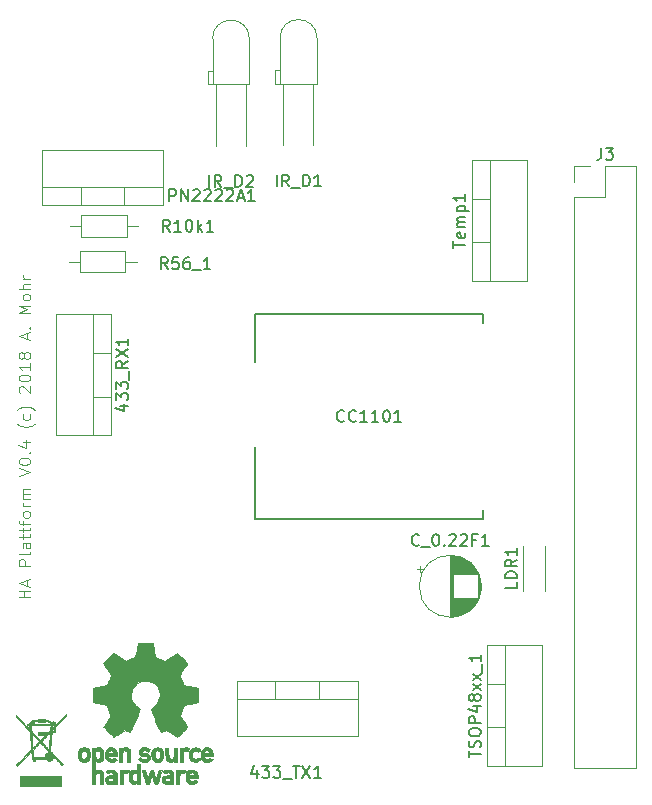
<source format=gto>
G04 #@! TF.GenerationSoftware,KiCad,Pcbnew,(5.0.0-rc2-dev-482-gf81c77cd4)*
G04 #@! TF.CreationDate,2018-06-29T22:25:28+02:00*
G04 #@! TF.ProjectId,ha_plattform,68615F706C617474666F726D2E6B6963,rev?*
G04 #@! TF.SameCoordinates,Original*
G04 #@! TF.FileFunction,Legend,Top*
G04 #@! TF.FilePolarity,Positive*
%FSLAX46Y46*%
G04 Gerber Fmt 4.6, Leading zero omitted, Abs format (unit mm)*
G04 Created by KiCad (PCBNEW (5.0.0-rc2-dev-482-gf81c77cd4)) date Fri Jun 29 22:25:28 2018*
%MOMM*%
%LPD*%
G01*
G04 APERTURE LIST*
%ADD10C,0.100000*%
%ADD11C,0.120000*%
%ADD12C,0.150000*%
%ADD13C,0.010000*%
G04 APERTURE END LIST*
D10*
X21762380Y-58621428D02*
X20762380Y-58621428D01*
X21238571Y-58621428D02*
X21238571Y-58050000D01*
X21762380Y-58050000D02*
X20762380Y-58050000D01*
X21476666Y-57621428D02*
X21476666Y-57145238D01*
X21762380Y-57716666D02*
X20762380Y-57383333D01*
X21762380Y-57050000D01*
X21762380Y-55954761D02*
X20762380Y-55954761D01*
X20762380Y-55573809D01*
X20810000Y-55478571D01*
X20857619Y-55430952D01*
X20952857Y-55383333D01*
X21095714Y-55383333D01*
X21190952Y-55430952D01*
X21238571Y-55478571D01*
X21286190Y-55573809D01*
X21286190Y-55954761D01*
X21762380Y-54811904D02*
X21714761Y-54907142D01*
X21619523Y-54954761D01*
X20762380Y-54954761D01*
X21762380Y-54002380D02*
X21238571Y-54002380D01*
X21143333Y-54050000D01*
X21095714Y-54145238D01*
X21095714Y-54335714D01*
X21143333Y-54430952D01*
X21714761Y-54002380D02*
X21762380Y-54097619D01*
X21762380Y-54335714D01*
X21714761Y-54430952D01*
X21619523Y-54478571D01*
X21524285Y-54478571D01*
X21429047Y-54430952D01*
X21381428Y-54335714D01*
X21381428Y-54097619D01*
X21333809Y-54002380D01*
X21095714Y-53669047D02*
X21095714Y-53288095D01*
X20762380Y-53526190D02*
X21619523Y-53526190D01*
X21714761Y-53478571D01*
X21762380Y-53383333D01*
X21762380Y-53288095D01*
X21095714Y-53097619D02*
X21095714Y-52716666D01*
X20762380Y-52954761D02*
X21619523Y-52954761D01*
X21714761Y-52907142D01*
X21762380Y-52811904D01*
X21762380Y-52716666D01*
X21095714Y-52526190D02*
X21095714Y-52145238D01*
X21762380Y-52383333D02*
X20905238Y-52383333D01*
X20810000Y-52335714D01*
X20762380Y-52240476D01*
X20762380Y-52145238D01*
X21762380Y-51669047D02*
X21714761Y-51764285D01*
X21667142Y-51811904D01*
X21571904Y-51859523D01*
X21286190Y-51859523D01*
X21190952Y-51811904D01*
X21143333Y-51764285D01*
X21095714Y-51669047D01*
X21095714Y-51526190D01*
X21143333Y-51430952D01*
X21190952Y-51383333D01*
X21286190Y-51335714D01*
X21571904Y-51335714D01*
X21667142Y-51383333D01*
X21714761Y-51430952D01*
X21762380Y-51526190D01*
X21762380Y-51669047D01*
X21762380Y-50907142D02*
X21095714Y-50907142D01*
X21286190Y-50907142D02*
X21190952Y-50859523D01*
X21143333Y-50811904D01*
X21095714Y-50716666D01*
X21095714Y-50621428D01*
X21762380Y-50288095D02*
X21095714Y-50288095D01*
X21190952Y-50288095D02*
X21143333Y-50240476D01*
X21095714Y-50145238D01*
X21095714Y-50002380D01*
X21143333Y-49907142D01*
X21238571Y-49859523D01*
X21762380Y-49859523D01*
X21238571Y-49859523D02*
X21143333Y-49811904D01*
X21095714Y-49716666D01*
X21095714Y-49573809D01*
X21143333Y-49478571D01*
X21238571Y-49430952D01*
X21762380Y-49430952D01*
X20762380Y-48335714D02*
X21762380Y-48002380D01*
X20762380Y-47669047D01*
X20762380Y-47145238D02*
X20762380Y-47050000D01*
X20810000Y-46954761D01*
X20857619Y-46907142D01*
X20952857Y-46859523D01*
X21143333Y-46811904D01*
X21381428Y-46811904D01*
X21571904Y-46859523D01*
X21667142Y-46907142D01*
X21714761Y-46954761D01*
X21762380Y-47050000D01*
X21762380Y-47145238D01*
X21714761Y-47240476D01*
X21667142Y-47288095D01*
X21571904Y-47335714D01*
X21381428Y-47383333D01*
X21143333Y-47383333D01*
X20952857Y-47335714D01*
X20857619Y-47288095D01*
X20810000Y-47240476D01*
X20762380Y-47145238D01*
X21667142Y-46383333D02*
X21714761Y-46335714D01*
X21762380Y-46383333D01*
X21714761Y-46430952D01*
X21667142Y-46383333D01*
X21762380Y-46383333D01*
X21095714Y-45478571D02*
X21762380Y-45478571D01*
X20714761Y-45716666D02*
X21429047Y-45954761D01*
X21429047Y-45335714D01*
X22143333Y-43907142D02*
X22095714Y-43954761D01*
X21952857Y-44050000D01*
X21857619Y-44097619D01*
X21714761Y-44145238D01*
X21476666Y-44192857D01*
X21286190Y-44192857D01*
X21048095Y-44145238D01*
X20905238Y-44097619D01*
X20810000Y-44050000D01*
X20667142Y-43954761D01*
X20619523Y-43907142D01*
X21714761Y-43097619D02*
X21762380Y-43192857D01*
X21762380Y-43383333D01*
X21714761Y-43478571D01*
X21667142Y-43526190D01*
X21571904Y-43573809D01*
X21286190Y-43573809D01*
X21190952Y-43526190D01*
X21143333Y-43478571D01*
X21095714Y-43383333D01*
X21095714Y-43192857D01*
X21143333Y-43097619D01*
X22143333Y-42764285D02*
X22095714Y-42716666D01*
X21952857Y-42621428D01*
X21857619Y-42573809D01*
X21714761Y-42526190D01*
X21476666Y-42478571D01*
X21286190Y-42478571D01*
X21048095Y-42526190D01*
X20905238Y-42573809D01*
X20810000Y-42621428D01*
X20667142Y-42716666D01*
X20619523Y-42764285D01*
X20857619Y-41288095D02*
X20810000Y-41240476D01*
X20762380Y-41145238D01*
X20762380Y-40907142D01*
X20810000Y-40811904D01*
X20857619Y-40764285D01*
X20952857Y-40716666D01*
X21048095Y-40716666D01*
X21190952Y-40764285D01*
X21762380Y-41335714D01*
X21762380Y-40716666D01*
X20762380Y-40097619D02*
X20762380Y-40002380D01*
X20810000Y-39907142D01*
X20857619Y-39859523D01*
X20952857Y-39811904D01*
X21143333Y-39764285D01*
X21381428Y-39764285D01*
X21571904Y-39811904D01*
X21667142Y-39859523D01*
X21714761Y-39907142D01*
X21762380Y-40002380D01*
X21762380Y-40097619D01*
X21714761Y-40192857D01*
X21667142Y-40240476D01*
X21571904Y-40288095D01*
X21381428Y-40335714D01*
X21143333Y-40335714D01*
X20952857Y-40288095D01*
X20857619Y-40240476D01*
X20810000Y-40192857D01*
X20762380Y-40097619D01*
X21762380Y-38811904D02*
X21762380Y-39383333D01*
X21762380Y-39097619D02*
X20762380Y-39097619D01*
X20905238Y-39192857D01*
X21000476Y-39288095D01*
X21048095Y-39383333D01*
X21190952Y-38240476D02*
X21143333Y-38335714D01*
X21095714Y-38383333D01*
X21000476Y-38430952D01*
X20952857Y-38430952D01*
X20857619Y-38383333D01*
X20810000Y-38335714D01*
X20762380Y-38240476D01*
X20762380Y-38050000D01*
X20810000Y-37954761D01*
X20857619Y-37907142D01*
X20952857Y-37859523D01*
X21000476Y-37859523D01*
X21095714Y-37907142D01*
X21143333Y-37954761D01*
X21190952Y-38050000D01*
X21190952Y-38240476D01*
X21238571Y-38335714D01*
X21286190Y-38383333D01*
X21381428Y-38430952D01*
X21571904Y-38430952D01*
X21667142Y-38383333D01*
X21714761Y-38335714D01*
X21762380Y-38240476D01*
X21762380Y-38050000D01*
X21714761Y-37954761D01*
X21667142Y-37907142D01*
X21571904Y-37859523D01*
X21381428Y-37859523D01*
X21286190Y-37907142D01*
X21238571Y-37954761D01*
X21190952Y-38050000D01*
X21476666Y-36716666D02*
X21476666Y-36240476D01*
X21762380Y-36811904D02*
X20762380Y-36478571D01*
X21762380Y-36145238D01*
X21667142Y-35811904D02*
X21714761Y-35764285D01*
X21762380Y-35811904D01*
X21714761Y-35859523D01*
X21667142Y-35811904D01*
X21762380Y-35811904D01*
X21762380Y-34573809D02*
X20762380Y-34573809D01*
X21476666Y-34240476D01*
X20762380Y-33907142D01*
X21762380Y-33907142D01*
X21762380Y-33288095D02*
X21714761Y-33383333D01*
X21667142Y-33430952D01*
X21571904Y-33478571D01*
X21286190Y-33478571D01*
X21190952Y-33430952D01*
X21143333Y-33383333D01*
X21095714Y-33288095D01*
X21095714Y-33145238D01*
X21143333Y-33050000D01*
X21190952Y-33002380D01*
X21286190Y-32954761D01*
X21571904Y-32954761D01*
X21667142Y-33002380D01*
X21714761Y-33050000D01*
X21762380Y-33145238D01*
X21762380Y-33288095D01*
X21762380Y-32526190D02*
X20762380Y-32526190D01*
X21762380Y-32097619D02*
X21238571Y-32097619D01*
X21143333Y-32145238D01*
X21095714Y-32240476D01*
X21095714Y-32383333D01*
X21143333Y-32478571D01*
X21190952Y-32526190D01*
X21762380Y-31621428D02*
X21095714Y-31621428D01*
X21286190Y-31621428D02*
X21190952Y-31573809D01*
X21143333Y-31526190D01*
X21095714Y-31430952D01*
X21095714Y-31335714D01*
D11*
X46211000Y-65720000D02*
X46211000Y-67230000D01*
X42510000Y-65720000D02*
X42510000Y-67230000D01*
X39240000Y-67230000D02*
X49480000Y-67230000D01*
X49480000Y-65720000D02*
X49480000Y-70361000D01*
X39240000Y-65720000D02*
X39240000Y-70361000D01*
X39240000Y-70361000D02*
X49480000Y-70361000D01*
X39240000Y-65720000D02*
X49480000Y-65720000D01*
X28560000Y-41630000D02*
X27050000Y-41630000D01*
X28560000Y-37930000D02*
X27050000Y-37930000D01*
X27050000Y-34660000D02*
X27050000Y-44900000D01*
X28560000Y-44900000D02*
X23919000Y-44900000D01*
X28560000Y-34660000D02*
X23919000Y-34660000D01*
X23919000Y-34660000D02*
X23919000Y-44900000D01*
X28560000Y-34660000D02*
X28560000Y-44900000D01*
X60430000Y-65919000D02*
X61940000Y-65919000D01*
X60430000Y-69620000D02*
X61940000Y-69620000D01*
X61940000Y-72890000D02*
X61940000Y-62650000D01*
X60430000Y-62650000D02*
X65071000Y-62650000D01*
X60430000Y-72890000D02*
X65071000Y-72890000D01*
X65071000Y-72890000D02*
X65071000Y-62650000D01*
X60430000Y-72890000D02*
X60430000Y-62650000D01*
X26019000Y-25410000D02*
X26019000Y-23900000D01*
X29720000Y-25410000D02*
X29720000Y-23900000D01*
X32990000Y-23900000D02*
X22750000Y-23900000D01*
X22750000Y-25410000D02*
X22750000Y-20769000D01*
X32990000Y-25410000D02*
X32990000Y-20769000D01*
X32990000Y-20769000D02*
X22750000Y-20769000D01*
X32990000Y-25410000D02*
X22750000Y-25410000D01*
X59920000Y-57670000D02*
G75*
G03X59920000Y-57670000I-2620000J0D01*
G01*
X57300000Y-55090000D02*
X57300000Y-60250000D01*
X57340000Y-55090000D02*
X57340000Y-60250000D01*
X57380000Y-55091000D02*
X57380000Y-60249000D01*
X57420000Y-55092000D02*
X57420000Y-60248000D01*
X57460000Y-55094000D02*
X57460000Y-60246000D01*
X57500000Y-55097000D02*
X57500000Y-60243000D01*
X57540000Y-55101000D02*
X57540000Y-56630000D01*
X57540000Y-58710000D02*
X57540000Y-60239000D01*
X57580000Y-55105000D02*
X57580000Y-56630000D01*
X57580000Y-58710000D02*
X57580000Y-60235000D01*
X57620000Y-55109000D02*
X57620000Y-56630000D01*
X57620000Y-58710000D02*
X57620000Y-60231000D01*
X57660000Y-55114000D02*
X57660000Y-56630000D01*
X57660000Y-58710000D02*
X57660000Y-60226000D01*
X57700000Y-55120000D02*
X57700000Y-56630000D01*
X57700000Y-58710000D02*
X57700000Y-60220000D01*
X57740000Y-55127000D02*
X57740000Y-56630000D01*
X57740000Y-58710000D02*
X57740000Y-60213000D01*
X57780000Y-55134000D02*
X57780000Y-56630000D01*
X57780000Y-58710000D02*
X57780000Y-60206000D01*
X57820000Y-55142000D02*
X57820000Y-56630000D01*
X57820000Y-58710000D02*
X57820000Y-60198000D01*
X57860000Y-55150000D02*
X57860000Y-56630000D01*
X57860000Y-58710000D02*
X57860000Y-60190000D01*
X57900000Y-55159000D02*
X57900000Y-56630000D01*
X57900000Y-58710000D02*
X57900000Y-60181000D01*
X57940000Y-55169000D02*
X57940000Y-56630000D01*
X57940000Y-58710000D02*
X57940000Y-60171000D01*
X57980000Y-55179000D02*
X57980000Y-56630000D01*
X57980000Y-58710000D02*
X57980000Y-60161000D01*
X58021000Y-55190000D02*
X58021000Y-56630000D01*
X58021000Y-58710000D02*
X58021000Y-60150000D01*
X58061000Y-55202000D02*
X58061000Y-56630000D01*
X58061000Y-58710000D02*
X58061000Y-60138000D01*
X58101000Y-55215000D02*
X58101000Y-56630000D01*
X58101000Y-58710000D02*
X58101000Y-60125000D01*
X58141000Y-55228000D02*
X58141000Y-56630000D01*
X58141000Y-58710000D02*
X58141000Y-60112000D01*
X58181000Y-55242000D02*
X58181000Y-56630000D01*
X58181000Y-58710000D02*
X58181000Y-60098000D01*
X58221000Y-55256000D02*
X58221000Y-56630000D01*
X58221000Y-58710000D02*
X58221000Y-60084000D01*
X58261000Y-55272000D02*
X58261000Y-56630000D01*
X58261000Y-58710000D02*
X58261000Y-60068000D01*
X58301000Y-55288000D02*
X58301000Y-56630000D01*
X58301000Y-58710000D02*
X58301000Y-60052000D01*
X58341000Y-55305000D02*
X58341000Y-56630000D01*
X58341000Y-58710000D02*
X58341000Y-60035000D01*
X58381000Y-55322000D02*
X58381000Y-56630000D01*
X58381000Y-58710000D02*
X58381000Y-60018000D01*
X58421000Y-55341000D02*
X58421000Y-56630000D01*
X58421000Y-58710000D02*
X58421000Y-59999000D01*
X58461000Y-55360000D02*
X58461000Y-56630000D01*
X58461000Y-58710000D02*
X58461000Y-59980000D01*
X58501000Y-55380000D02*
X58501000Y-56630000D01*
X58501000Y-58710000D02*
X58501000Y-59960000D01*
X58541000Y-55402000D02*
X58541000Y-56630000D01*
X58541000Y-58710000D02*
X58541000Y-59938000D01*
X58581000Y-55423000D02*
X58581000Y-56630000D01*
X58581000Y-58710000D02*
X58581000Y-59917000D01*
X58621000Y-55446000D02*
X58621000Y-56630000D01*
X58621000Y-58710000D02*
X58621000Y-59894000D01*
X58661000Y-55470000D02*
X58661000Y-56630000D01*
X58661000Y-58710000D02*
X58661000Y-59870000D01*
X58701000Y-55495000D02*
X58701000Y-56630000D01*
X58701000Y-58710000D02*
X58701000Y-59845000D01*
X58741000Y-55521000D02*
X58741000Y-56630000D01*
X58741000Y-58710000D02*
X58741000Y-59819000D01*
X58781000Y-55548000D02*
X58781000Y-56630000D01*
X58781000Y-58710000D02*
X58781000Y-59792000D01*
X58821000Y-55575000D02*
X58821000Y-56630000D01*
X58821000Y-58710000D02*
X58821000Y-59765000D01*
X58861000Y-55605000D02*
X58861000Y-56630000D01*
X58861000Y-58710000D02*
X58861000Y-59735000D01*
X58901000Y-55635000D02*
X58901000Y-56630000D01*
X58901000Y-58710000D02*
X58901000Y-59705000D01*
X58941000Y-55666000D02*
X58941000Y-56630000D01*
X58941000Y-58710000D02*
X58941000Y-59674000D01*
X58981000Y-55699000D02*
X58981000Y-56630000D01*
X58981000Y-58710000D02*
X58981000Y-59641000D01*
X59021000Y-55733000D02*
X59021000Y-56630000D01*
X59021000Y-58710000D02*
X59021000Y-59607000D01*
X59061000Y-55769000D02*
X59061000Y-56630000D01*
X59061000Y-58710000D02*
X59061000Y-59571000D01*
X59101000Y-55806000D02*
X59101000Y-56630000D01*
X59101000Y-58710000D02*
X59101000Y-59534000D01*
X59141000Y-55844000D02*
X59141000Y-56630000D01*
X59141000Y-58710000D02*
X59141000Y-59496000D01*
X59181000Y-55885000D02*
X59181000Y-56630000D01*
X59181000Y-58710000D02*
X59181000Y-59455000D01*
X59221000Y-55927000D02*
X59221000Y-56630000D01*
X59221000Y-58710000D02*
X59221000Y-59413000D01*
X59261000Y-55971000D02*
X59261000Y-56630000D01*
X59261000Y-58710000D02*
X59261000Y-59369000D01*
X59301000Y-56017000D02*
X59301000Y-56630000D01*
X59301000Y-58710000D02*
X59301000Y-59323000D01*
X59341000Y-56065000D02*
X59341000Y-56630000D01*
X59341000Y-58710000D02*
X59341000Y-59275000D01*
X59381000Y-56116000D02*
X59381000Y-56630000D01*
X59381000Y-58710000D02*
X59381000Y-59224000D01*
X59421000Y-56170000D02*
X59421000Y-56630000D01*
X59421000Y-58710000D02*
X59421000Y-59170000D01*
X59461000Y-56227000D02*
X59461000Y-56630000D01*
X59461000Y-58710000D02*
X59461000Y-59113000D01*
X59501000Y-56287000D02*
X59501000Y-56630000D01*
X59501000Y-58710000D02*
X59501000Y-59053000D01*
X59541000Y-56351000D02*
X59541000Y-56630000D01*
X59541000Y-58710000D02*
X59541000Y-58989000D01*
X59581000Y-56419000D02*
X59581000Y-56630000D01*
X59581000Y-58710000D02*
X59581000Y-58921000D01*
X59621000Y-56492000D02*
X59621000Y-58848000D01*
X59661000Y-56572000D02*
X59661000Y-58768000D01*
X59701000Y-56659000D02*
X59701000Y-58681000D01*
X59741000Y-56755000D02*
X59741000Y-58585000D01*
X59781000Y-56865000D02*
X59781000Y-58475000D01*
X59821000Y-56993000D02*
X59821000Y-58347000D01*
X59861000Y-57152000D02*
X59861000Y-58188000D01*
X59901000Y-57386000D02*
X59901000Y-57954000D01*
X54495225Y-56195000D02*
X54995225Y-56195000D01*
X54745225Y-55945000D02*
X54745225Y-56445000D01*
X37180000Y-11310000D02*
G75*
G02X40300000Y-11310000I1560000J0D01*
G01*
X40300000Y-15170000D02*
X40300000Y-11310000D01*
X37180000Y-15170000D02*
X37180000Y-11310000D01*
X40300000Y-15170000D02*
X37180000Y-15170000D01*
X36780000Y-15170000D02*
X36780000Y-14050000D01*
X36780000Y-14050000D02*
X37180000Y-14050000D01*
X37180000Y-14050000D02*
X37180000Y-15170000D01*
X37180000Y-15170000D02*
X36780000Y-15170000D01*
X40010000Y-20380000D02*
X40010000Y-15170000D01*
X40010000Y-15170000D02*
X40010000Y-15170000D01*
X40010000Y-15170000D02*
X40010000Y-20380000D01*
X40010000Y-20380000D02*
X40010000Y-20380000D01*
X37470000Y-20380000D02*
X37470000Y-15170000D01*
X37470000Y-15170000D02*
X37470000Y-15170000D01*
X37470000Y-15170000D02*
X37470000Y-20380000D01*
X37470000Y-20380000D02*
X37470000Y-20380000D01*
X42900000Y-11260000D02*
G75*
G02X46020000Y-11260000I1560000J0D01*
G01*
X46020000Y-15120000D02*
X46020000Y-11260000D01*
X42900000Y-15120000D02*
X42900000Y-11260000D01*
X46020000Y-15120000D02*
X42900000Y-15120000D01*
X42500000Y-15120000D02*
X42500000Y-14000000D01*
X42500000Y-14000000D02*
X42900000Y-14000000D01*
X42900000Y-14000000D02*
X42900000Y-15120000D01*
X42900000Y-15120000D02*
X42500000Y-15120000D01*
X45730000Y-20330000D02*
X45730000Y-15120000D01*
X45730000Y-15120000D02*
X45730000Y-15120000D01*
X45730000Y-15120000D02*
X45730000Y-20330000D01*
X45730000Y-20330000D02*
X45730000Y-20330000D01*
X43190000Y-20330000D02*
X43190000Y-15120000D01*
X43190000Y-15120000D02*
X43190000Y-15120000D01*
X43190000Y-15120000D02*
X43190000Y-20330000D01*
X43190000Y-20330000D02*
X43190000Y-20330000D01*
D12*
X60070000Y-51200000D02*
X60070000Y-51950000D01*
X60070000Y-34650000D02*
X60070000Y-35400000D01*
X40770000Y-34650000D02*
X60070000Y-34650000D01*
X40770000Y-38675000D02*
X40770000Y-34650000D01*
X40770000Y-51950000D02*
X40770000Y-45925000D01*
X60070000Y-51950000D02*
X40770000Y-51950000D01*
D11*
X67820000Y-22110000D02*
X69150000Y-22110000D01*
X67820000Y-23440000D02*
X67820000Y-22110000D01*
X70420000Y-22110000D02*
X73020000Y-22110000D01*
X70420000Y-24710000D02*
X70420000Y-22110000D01*
X67820000Y-24710000D02*
X70420000Y-24710000D01*
X73020000Y-22110000D02*
X73020000Y-73030000D01*
X67820000Y-24710000D02*
X67820000Y-73030000D01*
X67820000Y-73030000D02*
X73020000Y-73030000D01*
X63500000Y-58070000D02*
X63500000Y-54230000D01*
X65340000Y-58070000D02*
X65340000Y-54230000D01*
X29900000Y-28120000D02*
X29900000Y-26280000D01*
X29900000Y-26280000D02*
X26060000Y-26280000D01*
X26060000Y-26280000D02*
X26060000Y-28120000D01*
X26060000Y-28120000D02*
X29900000Y-28120000D01*
X30850000Y-27200000D02*
X29900000Y-27200000D01*
X25110000Y-27200000D02*
X26060000Y-27200000D01*
X30760000Y-30190000D02*
X29810000Y-30190000D01*
X25020000Y-30190000D02*
X25970000Y-30190000D01*
X29810000Y-29270000D02*
X25970000Y-29270000D01*
X29810000Y-31110000D02*
X29810000Y-29270000D01*
X25970000Y-31110000D02*
X29810000Y-31110000D01*
X25970000Y-29270000D02*
X25970000Y-31110000D01*
X59130000Y-24870000D02*
X60640000Y-24870000D01*
X59130000Y-28570000D02*
X60640000Y-28570000D01*
X60640000Y-31840000D02*
X60640000Y-21600000D01*
X59130000Y-21600000D02*
X63771000Y-21600000D01*
X59130000Y-31840000D02*
X63771000Y-31840000D01*
X63771000Y-31840000D02*
X63771000Y-21600000D01*
X59130000Y-31840000D02*
X59130000Y-21600000D01*
D13*
G36*
X32226535Y-63073172D02*
X32339117Y-63670363D01*
X32754531Y-63841610D01*
X33169944Y-64012857D01*
X33668302Y-63673978D01*
X33807868Y-63579622D01*
X33934028Y-63495375D01*
X34040895Y-63425083D01*
X34122582Y-63372592D01*
X34173201Y-63341749D01*
X34186986Y-63335098D01*
X34211820Y-63352203D01*
X34264888Y-63399489D01*
X34340240Y-63470917D01*
X34431929Y-63560445D01*
X34534007Y-63662034D01*
X34640526Y-63769643D01*
X34745536Y-63877232D01*
X34843091Y-63978760D01*
X34927242Y-64068186D01*
X34992040Y-64139471D01*
X35031538Y-64186573D01*
X35040980Y-64202337D01*
X35027391Y-64231398D01*
X34989293Y-64295066D01*
X34930694Y-64387112D01*
X34855597Y-64501309D01*
X34768009Y-64631429D01*
X34717254Y-64705646D01*
X34624745Y-64841167D01*
X34542540Y-64963461D01*
X34474630Y-65066440D01*
X34425000Y-65144018D01*
X34397640Y-65190106D01*
X34393529Y-65199792D01*
X34402849Y-65227319D01*
X34428254Y-65291473D01*
X34465911Y-65383235D01*
X34511986Y-65493584D01*
X34562646Y-65613500D01*
X34614059Y-65733964D01*
X34662389Y-65845954D01*
X34703806Y-65940452D01*
X34734474Y-66008437D01*
X34750562Y-66040888D01*
X34751511Y-66042165D01*
X34776772Y-66048362D01*
X34844046Y-66062185D01*
X34946360Y-66082277D01*
X35076741Y-66107279D01*
X35228216Y-66135831D01*
X35316594Y-66152296D01*
X35478452Y-66183114D01*
X35624649Y-66212439D01*
X35747787Y-66238666D01*
X35840469Y-66260191D01*
X35895301Y-66275410D01*
X35906323Y-66280238D01*
X35917119Y-66312919D01*
X35925829Y-66386730D01*
X35932460Y-66493037D01*
X35937018Y-66623212D01*
X35939509Y-66768621D01*
X35939938Y-66920635D01*
X35938311Y-67070622D01*
X35934635Y-67209951D01*
X35928915Y-67329990D01*
X35921158Y-67422110D01*
X35911368Y-67477677D01*
X35905496Y-67489245D01*
X35870399Y-67503110D01*
X35796028Y-67522933D01*
X35692223Y-67546384D01*
X35568819Y-67571136D01*
X35525741Y-67579143D01*
X35318047Y-67617186D01*
X35153984Y-67647824D01*
X35028130Y-67672274D01*
X34935065Y-67691754D01*
X34869367Y-67707481D01*
X34825617Y-67720673D01*
X34798392Y-67732549D01*
X34782272Y-67744325D01*
X34780017Y-67746653D01*
X34757503Y-67784145D01*
X34723158Y-67857110D01*
X34680411Y-67956612D01*
X34632692Y-68073718D01*
X34583430Y-68199493D01*
X34536055Y-68325002D01*
X34493995Y-68441310D01*
X34460680Y-68539484D01*
X34439541Y-68610588D01*
X34434005Y-68645687D01*
X34434466Y-68646917D01*
X34453223Y-68675606D01*
X34495776Y-68738730D01*
X34557653Y-68829718D01*
X34634382Y-68942000D01*
X34721491Y-69069005D01*
X34746299Y-69105098D01*
X34834753Y-69235948D01*
X34912588Y-69355336D01*
X34975566Y-69456407D01*
X35019445Y-69532304D01*
X35039985Y-69576172D01*
X35040980Y-69581562D01*
X35023722Y-69609889D01*
X34976036Y-69666006D01*
X34904050Y-69743882D01*
X34813897Y-69837485D01*
X34711705Y-69940786D01*
X34603606Y-70047751D01*
X34495728Y-70152351D01*
X34394204Y-70248554D01*
X34305162Y-70330329D01*
X34234733Y-70391645D01*
X34189047Y-70426471D01*
X34176409Y-70432157D01*
X34146991Y-70418765D01*
X34086761Y-70382644D01*
X34005530Y-70329881D01*
X33943030Y-70287412D01*
X33829785Y-70209485D01*
X33695674Y-70117729D01*
X33561155Y-70026120D01*
X33488833Y-69977091D01*
X33244038Y-69811515D01*
X33038551Y-69922620D01*
X32944936Y-69971293D01*
X32865330Y-70009126D01*
X32811467Y-70030703D01*
X32797757Y-70033706D01*
X32781270Y-70011538D01*
X32748745Y-69948894D01*
X32702609Y-69851554D01*
X32645290Y-69725294D01*
X32579216Y-69575895D01*
X32506815Y-69409133D01*
X32430516Y-69230787D01*
X32352746Y-69046636D01*
X32275934Y-68862457D01*
X32202506Y-68684030D01*
X32134892Y-68517132D01*
X32075520Y-68367542D01*
X32026816Y-68241038D01*
X31991210Y-68143399D01*
X31971130Y-68080402D01*
X31967900Y-68058766D01*
X31993496Y-68031169D01*
X32049539Y-67986370D01*
X32124311Y-67933679D01*
X32130587Y-67929510D01*
X32323845Y-67774814D01*
X32479674Y-67594336D01*
X32596724Y-67393847D01*
X32673645Y-67179119D01*
X32709086Y-66955922D01*
X32701697Y-66730026D01*
X32650127Y-66507204D01*
X32553026Y-66293224D01*
X32524458Y-66246409D01*
X32375868Y-66057363D01*
X32200327Y-65905557D01*
X32003910Y-65791779D01*
X31792693Y-65716820D01*
X31572753Y-65681467D01*
X31350163Y-65686512D01*
X31131001Y-65732744D01*
X30921342Y-65820951D01*
X30727261Y-65951924D01*
X30667226Y-66005082D01*
X30514435Y-66171484D01*
X30403097Y-66346657D01*
X30326723Y-66543011D01*
X30284187Y-66737462D01*
X30273686Y-66956087D01*
X30308701Y-67175797D01*
X30385673Y-67389165D01*
X30501047Y-67588767D01*
X30651266Y-67767174D01*
X30832773Y-67916962D01*
X30856627Y-67932751D01*
X30932201Y-67984457D01*
X30989651Y-68029257D01*
X31017117Y-68057862D01*
X31017517Y-68058766D01*
X31011620Y-68089709D01*
X30988245Y-68159936D01*
X30949821Y-68263670D01*
X30898777Y-68395135D01*
X30837542Y-68548552D01*
X30768544Y-68718146D01*
X30694214Y-68898138D01*
X30616978Y-69082753D01*
X30539268Y-69266213D01*
X30463511Y-69442741D01*
X30392137Y-69606559D01*
X30327574Y-69751892D01*
X30272252Y-69872962D01*
X30228600Y-69963992D01*
X30199046Y-70019205D01*
X30187144Y-70033706D01*
X30150777Y-70022414D01*
X30082730Y-69992130D01*
X29994737Y-69948265D01*
X29946351Y-69922620D01*
X29740863Y-69811515D01*
X29496068Y-69977091D01*
X29371106Y-70061915D01*
X29234295Y-70155261D01*
X29106089Y-70243153D01*
X29041871Y-70287412D01*
X28951551Y-70348063D01*
X28875071Y-70396126D01*
X28822407Y-70425515D01*
X28805302Y-70431727D01*
X28780405Y-70414968D01*
X28725305Y-70368181D01*
X28645343Y-70296225D01*
X28545861Y-70203957D01*
X28432200Y-70096235D01*
X28360315Y-70027071D01*
X28234551Y-69903502D01*
X28125863Y-69792979D01*
X28038645Y-69700230D01*
X27977289Y-69629982D01*
X27946191Y-69586965D01*
X27943208Y-69578235D01*
X27957053Y-69545029D01*
X27995312Y-69477887D01*
X28053742Y-69383608D01*
X28128097Y-69268990D01*
X28214135Y-69140828D01*
X28238603Y-69105098D01*
X28327755Y-68975234D01*
X28407738Y-68858314D01*
X28474080Y-68760907D01*
X28522311Y-68689584D01*
X28547957Y-68650915D01*
X28550435Y-68646917D01*
X28546729Y-68616100D01*
X28527061Y-68548344D01*
X28494860Y-68452584D01*
X28453555Y-68337754D01*
X28406575Y-68212789D01*
X28357349Y-68086624D01*
X28309308Y-67968193D01*
X28265881Y-67866430D01*
X28230496Y-67790271D01*
X28206584Y-67748649D01*
X28204884Y-67746653D01*
X28190262Y-67734758D01*
X28165565Y-67722995D01*
X28125372Y-67710146D01*
X28064263Y-67694994D01*
X27976817Y-67676321D01*
X27857612Y-67652910D01*
X27701227Y-67623542D01*
X27502243Y-67587000D01*
X27459160Y-67579143D01*
X27331471Y-67554472D01*
X27220153Y-67530338D01*
X27135045Y-67509069D01*
X27085983Y-67492993D01*
X27079405Y-67489245D01*
X27068564Y-67456018D01*
X27059753Y-67381766D01*
X27052976Y-67275121D01*
X27048240Y-67144712D01*
X27045550Y-66999172D01*
X27044913Y-66847131D01*
X27046334Y-66697221D01*
X27049820Y-66558073D01*
X27055376Y-66438317D01*
X27063008Y-66346586D01*
X27072722Y-66291511D01*
X27078578Y-66280238D01*
X27111180Y-66268868D01*
X27185418Y-66250369D01*
X27293896Y-66226347D01*
X27429217Y-66198407D01*
X27583985Y-66168153D01*
X27668308Y-66152296D01*
X27828296Y-66122389D01*
X27970967Y-66095295D01*
X28089348Y-66072376D01*
X28176465Y-66054988D01*
X28225345Y-66044492D01*
X28233390Y-66042165D01*
X28246987Y-66015931D01*
X28275729Y-65952740D01*
X28315785Y-65861622D01*
X28363324Y-65751602D01*
X28414515Y-65631710D01*
X28465526Y-65510972D01*
X28512526Y-65398416D01*
X28551684Y-65303071D01*
X28579169Y-65233962D01*
X28591149Y-65200119D01*
X28591372Y-65198640D01*
X28577791Y-65171942D01*
X28539715Y-65110505D01*
X28481147Y-65020434D01*
X28406088Y-64907835D01*
X28318540Y-64778815D01*
X28267647Y-64704706D01*
X28174909Y-64568822D01*
X28092541Y-64445454D01*
X28024561Y-64340842D01*
X27974988Y-64261228D01*
X27947842Y-64212852D01*
X27943921Y-64202007D01*
X27960775Y-64176765D01*
X28007368Y-64122869D01*
X28077749Y-64046358D01*
X28165965Y-63953268D01*
X28266065Y-63849640D01*
X28372098Y-63741509D01*
X28478111Y-63634915D01*
X28578152Y-63535895D01*
X28666270Y-63450487D01*
X28736513Y-63384730D01*
X28782928Y-63344661D01*
X28798456Y-63335098D01*
X28823739Y-63348545D01*
X28884211Y-63386320D01*
X28973992Y-63444580D01*
X29087203Y-63519479D01*
X29217964Y-63607170D01*
X29316600Y-63673978D01*
X29814957Y-64012857D01*
X30230371Y-63841610D01*
X30645784Y-63670363D01*
X30758366Y-63073172D01*
X30870949Y-62475980D01*
X32113952Y-62475980D01*
X32226535Y-63073172D01*
X32226535Y-63073172D01*
G37*
X32226535Y-63073172D02*
X32339117Y-63670363D01*
X32754531Y-63841610D01*
X33169944Y-64012857D01*
X33668302Y-63673978D01*
X33807868Y-63579622D01*
X33934028Y-63495375D01*
X34040895Y-63425083D01*
X34122582Y-63372592D01*
X34173201Y-63341749D01*
X34186986Y-63335098D01*
X34211820Y-63352203D01*
X34264888Y-63399489D01*
X34340240Y-63470917D01*
X34431929Y-63560445D01*
X34534007Y-63662034D01*
X34640526Y-63769643D01*
X34745536Y-63877232D01*
X34843091Y-63978760D01*
X34927242Y-64068186D01*
X34992040Y-64139471D01*
X35031538Y-64186573D01*
X35040980Y-64202337D01*
X35027391Y-64231398D01*
X34989293Y-64295066D01*
X34930694Y-64387112D01*
X34855597Y-64501309D01*
X34768009Y-64631429D01*
X34717254Y-64705646D01*
X34624745Y-64841167D01*
X34542540Y-64963461D01*
X34474630Y-65066440D01*
X34425000Y-65144018D01*
X34397640Y-65190106D01*
X34393529Y-65199792D01*
X34402849Y-65227319D01*
X34428254Y-65291473D01*
X34465911Y-65383235D01*
X34511986Y-65493584D01*
X34562646Y-65613500D01*
X34614059Y-65733964D01*
X34662389Y-65845954D01*
X34703806Y-65940452D01*
X34734474Y-66008437D01*
X34750562Y-66040888D01*
X34751511Y-66042165D01*
X34776772Y-66048362D01*
X34844046Y-66062185D01*
X34946360Y-66082277D01*
X35076741Y-66107279D01*
X35228216Y-66135831D01*
X35316594Y-66152296D01*
X35478452Y-66183114D01*
X35624649Y-66212439D01*
X35747787Y-66238666D01*
X35840469Y-66260191D01*
X35895301Y-66275410D01*
X35906323Y-66280238D01*
X35917119Y-66312919D01*
X35925829Y-66386730D01*
X35932460Y-66493037D01*
X35937018Y-66623212D01*
X35939509Y-66768621D01*
X35939938Y-66920635D01*
X35938311Y-67070622D01*
X35934635Y-67209951D01*
X35928915Y-67329990D01*
X35921158Y-67422110D01*
X35911368Y-67477677D01*
X35905496Y-67489245D01*
X35870399Y-67503110D01*
X35796028Y-67522933D01*
X35692223Y-67546384D01*
X35568819Y-67571136D01*
X35525741Y-67579143D01*
X35318047Y-67617186D01*
X35153984Y-67647824D01*
X35028130Y-67672274D01*
X34935065Y-67691754D01*
X34869367Y-67707481D01*
X34825617Y-67720673D01*
X34798392Y-67732549D01*
X34782272Y-67744325D01*
X34780017Y-67746653D01*
X34757503Y-67784145D01*
X34723158Y-67857110D01*
X34680411Y-67956612D01*
X34632692Y-68073718D01*
X34583430Y-68199493D01*
X34536055Y-68325002D01*
X34493995Y-68441310D01*
X34460680Y-68539484D01*
X34439541Y-68610588D01*
X34434005Y-68645687D01*
X34434466Y-68646917D01*
X34453223Y-68675606D01*
X34495776Y-68738730D01*
X34557653Y-68829718D01*
X34634382Y-68942000D01*
X34721491Y-69069005D01*
X34746299Y-69105098D01*
X34834753Y-69235948D01*
X34912588Y-69355336D01*
X34975566Y-69456407D01*
X35019445Y-69532304D01*
X35039985Y-69576172D01*
X35040980Y-69581562D01*
X35023722Y-69609889D01*
X34976036Y-69666006D01*
X34904050Y-69743882D01*
X34813897Y-69837485D01*
X34711705Y-69940786D01*
X34603606Y-70047751D01*
X34495728Y-70152351D01*
X34394204Y-70248554D01*
X34305162Y-70330329D01*
X34234733Y-70391645D01*
X34189047Y-70426471D01*
X34176409Y-70432157D01*
X34146991Y-70418765D01*
X34086761Y-70382644D01*
X34005530Y-70329881D01*
X33943030Y-70287412D01*
X33829785Y-70209485D01*
X33695674Y-70117729D01*
X33561155Y-70026120D01*
X33488833Y-69977091D01*
X33244038Y-69811515D01*
X33038551Y-69922620D01*
X32944936Y-69971293D01*
X32865330Y-70009126D01*
X32811467Y-70030703D01*
X32797757Y-70033706D01*
X32781270Y-70011538D01*
X32748745Y-69948894D01*
X32702609Y-69851554D01*
X32645290Y-69725294D01*
X32579216Y-69575895D01*
X32506815Y-69409133D01*
X32430516Y-69230787D01*
X32352746Y-69046636D01*
X32275934Y-68862457D01*
X32202506Y-68684030D01*
X32134892Y-68517132D01*
X32075520Y-68367542D01*
X32026816Y-68241038D01*
X31991210Y-68143399D01*
X31971130Y-68080402D01*
X31967900Y-68058766D01*
X31993496Y-68031169D01*
X32049539Y-67986370D01*
X32124311Y-67933679D01*
X32130587Y-67929510D01*
X32323845Y-67774814D01*
X32479674Y-67594336D01*
X32596724Y-67393847D01*
X32673645Y-67179119D01*
X32709086Y-66955922D01*
X32701697Y-66730026D01*
X32650127Y-66507204D01*
X32553026Y-66293224D01*
X32524458Y-66246409D01*
X32375868Y-66057363D01*
X32200327Y-65905557D01*
X32003910Y-65791779D01*
X31792693Y-65716820D01*
X31572753Y-65681467D01*
X31350163Y-65686512D01*
X31131001Y-65732744D01*
X30921342Y-65820951D01*
X30727261Y-65951924D01*
X30667226Y-66005082D01*
X30514435Y-66171484D01*
X30403097Y-66346657D01*
X30326723Y-66543011D01*
X30284187Y-66737462D01*
X30273686Y-66956087D01*
X30308701Y-67175797D01*
X30385673Y-67389165D01*
X30501047Y-67588767D01*
X30651266Y-67767174D01*
X30832773Y-67916962D01*
X30856627Y-67932751D01*
X30932201Y-67984457D01*
X30989651Y-68029257D01*
X31017117Y-68057862D01*
X31017517Y-68058766D01*
X31011620Y-68089709D01*
X30988245Y-68159936D01*
X30949821Y-68263670D01*
X30898777Y-68395135D01*
X30837542Y-68548552D01*
X30768544Y-68718146D01*
X30694214Y-68898138D01*
X30616978Y-69082753D01*
X30539268Y-69266213D01*
X30463511Y-69442741D01*
X30392137Y-69606559D01*
X30327574Y-69751892D01*
X30272252Y-69872962D01*
X30228600Y-69963992D01*
X30199046Y-70019205D01*
X30187144Y-70033706D01*
X30150777Y-70022414D01*
X30082730Y-69992130D01*
X29994737Y-69948265D01*
X29946351Y-69922620D01*
X29740863Y-69811515D01*
X29496068Y-69977091D01*
X29371106Y-70061915D01*
X29234295Y-70155261D01*
X29106089Y-70243153D01*
X29041871Y-70287412D01*
X28951551Y-70348063D01*
X28875071Y-70396126D01*
X28822407Y-70425515D01*
X28805302Y-70431727D01*
X28780405Y-70414968D01*
X28725305Y-70368181D01*
X28645343Y-70296225D01*
X28545861Y-70203957D01*
X28432200Y-70096235D01*
X28360315Y-70027071D01*
X28234551Y-69903502D01*
X28125863Y-69792979D01*
X28038645Y-69700230D01*
X27977289Y-69629982D01*
X27946191Y-69586965D01*
X27943208Y-69578235D01*
X27957053Y-69545029D01*
X27995312Y-69477887D01*
X28053742Y-69383608D01*
X28128097Y-69268990D01*
X28214135Y-69140828D01*
X28238603Y-69105098D01*
X28327755Y-68975234D01*
X28407738Y-68858314D01*
X28474080Y-68760907D01*
X28522311Y-68689584D01*
X28547957Y-68650915D01*
X28550435Y-68646917D01*
X28546729Y-68616100D01*
X28527061Y-68548344D01*
X28494860Y-68452584D01*
X28453555Y-68337754D01*
X28406575Y-68212789D01*
X28357349Y-68086624D01*
X28309308Y-67968193D01*
X28265881Y-67866430D01*
X28230496Y-67790271D01*
X28206584Y-67748649D01*
X28204884Y-67746653D01*
X28190262Y-67734758D01*
X28165565Y-67722995D01*
X28125372Y-67710146D01*
X28064263Y-67694994D01*
X27976817Y-67676321D01*
X27857612Y-67652910D01*
X27701227Y-67623542D01*
X27502243Y-67587000D01*
X27459160Y-67579143D01*
X27331471Y-67554472D01*
X27220153Y-67530338D01*
X27135045Y-67509069D01*
X27085983Y-67492993D01*
X27079405Y-67489245D01*
X27068564Y-67456018D01*
X27059753Y-67381766D01*
X27052976Y-67275121D01*
X27048240Y-67144712D01*
X27045550Y-66999172D01*
X27044913Y-66847131D01*
X27046334Y-66697221D01*
X27049820Y-66558073D01*
X27055376Y-66438317D01*
X27063008Y-66346586D01*
X27072722Y-66291511D01*
X27078578Y-66280238D01*
X27111180Y-66268868D01*
X27185418Y-66250369D01*
X27293896Y-66226347D01*
X27429217Y-66198407D01*
X27583985Y-66168153D01*
X27668308Y-66152296D01*
X27828296Y-66122389D01*
X27970967Y-66095295D01*
X28089348Y-66072376D01*
X28176465Y-66054988D01*
X28225345Y-66044492D01*
X28233390Y-66042165D01*
X28246987Y-66015931D01*
X28275729Y-65952740D01*
X28315785Y-65861622D01*
X28363324Y-65751602D01*
X28414515Y-65631710D01*
X28465526Y-65510972D01*
X28512526Y-65398416D01*
X28551684Y-65303071D01*
X28579169Y-65233962D01*
X28591149Y-65200119D01*
X28591372Y-65198640D01*
X28577791Y-65171942D01*
X28539715Y-65110505D01*
X28481147Y-65020434D01*
X28406088Y-64907835D01*
X28318540Y-64778815D01*
X28267647Y-64704706D01*
X28174909Y-64568822D01*
X28092541Y-64445454D01*
X28024561Y-64340842D01*
X27974988Y-64261228D01*
X27947842Y-64212852D01*
X27943921Y-64202007D01*
X27960775Y-64176765D01*
X28007368Y-64122869D01*
X28077749Y-64046358D01*
X28165965Y-63953268D01*
X28266065Y-63849640D01*
X28372098Y-63741509D01*
X28478111Y-63634915D01*
X28578152Y-63535895D01*
X28666270Y-63450487D01*
X28736513Y-63384730D01*
X28782928Y-63344661D01*
X28798456Y-63335098D01*
X28823739Y-63348545D01*
X28884211Y-63386320D01*
X28973992Y-63444580D01*
X29087203Y-63519479D01*
X29217964Y-63607170D01*
X29316600Y-63673978D01*
X29814957Y-64012857D01*
X30230371Y-63841610D01*
X30645784Y-63670363D01*
X30758366Y-63073172D01*
X30870949Y-62475980D01*
X32113952Y-62475980D01*
X32226535Y-63073172D01*
G36*
X35043637Y-71327472D02*
X35129290Y-71353641D01*
X35184437Y-71386707D01*
X35202401Y-71412855D01*
X35197457Y-71443852D01*
X35165372Y-71492547D01*
X35138243Y-71527035D01*
X35082317Y-71589383D01*
X35040299Y-71615615D01*
X35004480Y-71613903D01*
X34898224Y-71586863D01*
X34820189Y-71588091D01*
X34756820Y-71618735D01*
X34735546Y-71636670D01*
X34667451Y-71699779D01*
X34667451Y-72523922D01*
X34393529Y-72523922D01*
X34393529Y-71328628D01*
X34530490Y-71328628D01*
X34612719Y-71331879D01*
X34655144Y-71343426D01*
X34667445Y-71365952D01*
X34667451Y-71366620D01*
X34673260Y-71390215D01*
X34699531Y-71387138D01*
X34735931Y-71370115D01*
X34811111Y-71338439D01*
X34872158Y-71319381D01*
X34950708Y-71314496D01*
X35043637Y-71327472D01*
X35043637Y-71327472D01*
G37*
X35043637Y-71327472D02*
X35129290Y-71353641D01*
X35184437Y-71386707D01*
X35202401Y-71412855D01*
X35197457Y-71443852D01*
X35165372Y-71492547D01*
X35138243Y-71527035D01*
X35082317Y-71589383D01*
X35040299Y-71615615D01*
X35004480Y-71613903D01*
X34898224Y-71586863D01*
X34820189Y-71588091D01*
X34756820Y-71618735D01*
X34735546Y-71636670D01*
X34667451Y-71699779D01*
X34667451Y-72523922D01*
X34393529Y-72523922D01*
X34393529Y-71328628D01*
X34530490Y-71328628D01*
X34612719Y-71331879D01*
X34655144Y-71343426D01*
X34667445Y-71365952D01*
X34667451Y-71366620D01*
X34673260Y-71390215D01*
X34699531Y-71387138D01*
X34735931Y-71370115D01*
X34811111Y-71338439D01*
X34872158Y-71319381D01*
X34950708Y-71314496D01*
X35043637Y-71327472D01*
G36*
X29986760Y-71349199D02*
X30048736Y-71378802D01*
X30108759Y-71421561D01*
X30154486Y-71470775D01*
X30187793Y-71533544D01*
X30210555Y-71616971D01*
X30224647Y-71728159D01*
X30231942Y-71874209D01*
X30234318Y-72062223D01*
X30234355Y-72081912D01*
X30234902Y-72523922D01*
X29960980Y-72523922D01*
X29960980Y-72116435D01*
X29960785Y-71965471D01*
X29959436Y-71856056D01*
X29955788Y-71779933D01*
X29948696Y-71728848D01*
X29937013Y-71694545D01*
X29919594Y-71668768D01*
X29895329Y-71643298D01*
X29810435Y-71588571D01*
X29717761Y-71578416D01*
X29629473Y-71613017D01*
X29598770Y-71638770D01*
X29576229Y-71662982D01*
X29560046Y-71688912D01*
X29549168Y-71724708D01*
X29542542Y-71778519D01*
X29539115Y-71858493D01*
X29537834Y-71972779D01*
X29537647Y-72111907D01*
X29537647Y-72523922D01*
X29263725Y-72523922D01*
X29263725Y-71328628D01*
X29400686Y-71328628D01*
X29482916Y-71331879D01*
X29525340Y-71343426D01*
X29537641Y-71365952D01*
X29537647Y-71366620D01*
X29543354Y-71388681D01*
X29568527Y-71386177D01*
X29618578Y-71361937D01*
X29732094Y-71326271D01*
X29861945Y-71322305D01*
X29986760Y-71349199D01*
X29986760Y-71349199D01*
G37*
X29986760Y-71349199D02*
X30048736Y-71378802D01*
X30108759Y-71421561D01*
X30154486Y-71470775D01*
X30187793Y-71533544D01*
X30210555Y-71616971D01*
X30224647Y-71728159D01*
X30231942Y-71874209D01*
X30234318Y-72062223D01*
X30234355Y-72081912D01*
X30234902Y-72523922D01*
X29960980Y-72523922D01*
X29960980Y-72116435D01*
X29960785Y-71965471D01*
X29959436Y-71856056D01*
X29955788Y-71779933D01*
X29948696Y-71728848D01*
X29937013Y-71694545D01*
X29919594Y-71668768D01*
X29895329Y-71643298D01*
X29810435Y-71588571D01*
X29717761Y-71578416D01*
X29629473Y-71613017D01*
X29598770Y-71638770D01*
X29576229Y-71662982D01*
X29560046Y-71688912D01*
X29549168Y-71724708D01*
X29542542Y-71778519D01*
X29539115Y-71858493D01*
X29537834Y-71972779D01*
X29537647Y-72111907D01*
X29537647Y-72523922D01*
X29263725Y-72523922D01*
X29263725Y-71328628D01*
X29400686Y-71328628D01*
X29482916Y-71331879D01*
X29525340Y-71343426D01*
X29537641Y-71365952D01*
X29537647Y-71366620D01*
X29543354Y-71388681D01*
X29568527Y-71386177D01*
X29618578Y-71361937D01*
X29732094Y-71326271D01*
X29861945Y-71322305D01*
X29986760Y-71349199D01*
G36*
X36783287Y-71324355D02*
X36847051Y-71339845D01*
X36969300Y-71396569D01*
X37073834Y-71483202D01*
X37146180Y-71587074D01*
X37156119Y-71610396D01*
X37169754Y-71671484D01*
X37179298Y-71761853D01*
X37182549Y-71853190D01*
X37182549Y-72025882D01*
X36821470Y-72025882D01*
X36672546Y-72026445D01*
X36567632Y-72029864D01*
X36500937Y-72038731D01*
X36466666Y-72055641D01*
X36459028Y-72083189D01*
X36472229Y-72123968D01*
X36495877Y-72171683D01*
X36561843Y-72251314D01*
X36653512Y-72290987D01*
X36765555Y-72289695D01*
X36892472Y-72246514D01*
X37002158Y-72193224D01*
X37093173Y-72265191D01*
X37184188Y-72337157D01*
X37098563Y-72416269D01*
X36984250Y-72491017D01*
X36843666Y-72536084D01*
X36692449Y-72548696D01*
X36546236Y-72526079D01*
X36522647Y-72518405D01*
X36394141Y-72451296D01*
X36298551Y-72351247D01*
X36233861Y-72215271D01*
X36198057Y-72040380D01*
X36197640Y-72036632D01*
X36194434Y-71846032D01*
X36207393Y-71778035D01*
X36460392Y-71778035D01*
X36483627Y-71788491D01*
X36546710Y-71796500D01*
X36639706Y-71801073D01*
X36698638Y-71801765D01*
X36808537Y-71801332D01*
X36877252Y-71798578D01*
X36913405Y-71791321D01*
X36925615Y-71777376D01*
X36922504Y-71754562D01*
X36919894Y-71745735D01*
X36875344Y-71662800D01*
X36805279Y-71595960D01*
X36743446Y-71566589D01*
X36661301Y-71568362D01*
X36578062Y-71604990D01*
X36508238Y-71665634D01*
X36466337Y-71739456D01*
X36460392Y-71778035D01*
X36207393Y-71778035D01*
X36226385Y-71678395D01*
X36289773Y-71537711D01*
X36380878Y-71427974D01*
X36495978Y-71353174D01*
X36631355Y-71317304D01*
X36783287Y-71324355D01*
X36783287Y-71324355D01*
G37*
X36783287Y-71324355D02*
X36847051Y-71339845D01*
X36969300Y-71396569D01*
X37073834Y-71483202D01*
X37146180Y-71587074D01*
X37156119Y-71610396D01*
X37169754Y-71671484D01*
X37179298Y-71761853D01*
X37182549Y-71853190D01*
X37182549Y-72025882D01*
X36821470Y-72025882D01*
X36672546Y-72026445D01*
X36567632Y-72029864D01*
X36500937Y-72038731D01*
X36466666Y-72055641D01*
X36459028Y-72083189D01*
X36472229Y-72123968D01*
X36495877Y-72171683D01*
X36561843Y-72251314D01*
X36653512Y-72290987D01*
X36765555Y-72289695D01*
X36892472Y-72246514D01*
X37002158Y-72193224D01*
X37093173Y-72265191D01*
X37184188Y-72337157D01*
X37098563Y-72416269D01*
X36984250Y-72491017D01*
X36843666Y-72536084D01*
X36692449Y-72548696D01*
X36546236Y-72526079D01*
X36522647Y-72518405D01*
X36394141Y-72451296D01*
X36298551Y-72351247D01*
X36233861Y-72215271D01*
X36198057Y-72040380D01*
X36197640Y-72036632D01*
X36194434Y-71846032D01*
X36207393Y-71778035D01*
X36460392Y-71778035D01*
X36483627Y-71788491D01*
X36546710Y-71796500D01*
X36639706Y-71801073D01*
X36698638Y-71801765D01*
X36808537Y-71801332D01*
X36877252Y-71798578D01*
X36913405Y-71791321D01*
X36925615Y-71777376D01*
X36922504Y-71754562D01*
X36919894Y-71745735D01*
X36875344Y-71662800D01*
X36805279Y-71595960D01*
X36743446Y-71566589D01*
X36661301Y-71568362D01*
X36578062Y-71604990D01*
X36508238Y-71665634D01*
X36466337Y-71739456D01*
X36460392Y-71778035D01*
X36207393Y-71778035D01*
X36226385Y-71678395D01*
X36289773Y-71537711D01*
X36380878Y-71427974D01*
X36495978Y-71353174D01*
X36631355Y-71317304D01*
X36783287Y-71324355D01*
G36*
X35870976Y-71339056D02*
X36015256Y-71400348D01*
X36060699Y-71430185D01*
X36118779Y-71476036D01*
X36155238Y-71512089D01*
X36161568Y-71523832D01*
X36143693Y-71549889D01*
X36097950Y-71594105D01*
X36061328Y-71624965D01*
X35961088Y-71705520D01*
X35881935Y-71638918D01*
X35820769Y-71595921D01*
X35761129Y-71581079D01*
X35692872Y-71584704D01*
X35584482Y-71611652D01*
X35509872Y-71667587D01*
X35464530Y-71758014D01*
X35443947Y-71888435D01*
X35443942Y-71888517D01*
X35445722Y-72034290D01*
X35473387Y-72141245D01*
X35528571Y-72214064D01*
X35566192Y-72238723D01*
X35666105Y-72269431D01*
X35772822Y-72269449D01*
X35865669Y-72239655D01*
X35887647Y-72225098D01*
X35942765Y-72187914D01*
X35985859Y-72181820D01*
X36032335Y-72209496D01*
X36083716Y-72259205D01*
X36165046Y-72343116D01*
X36074749Y-72417546D01*
X35935236Y-72501549D01*
X35777912Y-72542947D01*
X35613503Y-72539950D01*
X35505531Y-72512500D01*
X35379331Y-72444620D01*
X35278401Y-72337831D01*
X35232548Y-72262451D01*
X35195410Y-72154297D01*
X35176827Y-72017318D01*
X35176684Y-71868864D01*
X35194865Y-71726281D01*
X35231255Y-71606918D01*
X35236987Y-71594680D01*
X35321865Y-71474655D01*
X35436782Y-71387267D01*
X35572659Y-71334329D01*
X35720417Y-71317654D01*
X35870976Y-71339056D01*
X35870976Y-71339056D01*
G37*
X35870976Y-71339056D02*
X36015256Y-71400348D01*
X36060699Y-71430185D01*
X36118779Y-71476036D01*
X36155238Y-71512089D01*
X36161568Y-71523832D01*
X36143693Y-71549889D01*
X36097950Y-71594105D01*
X36061328Y-71624965D01*
X35961088Y-71705520D01*
X35881935Y-71638918D01*
X35820769Y-71595921D01*
X35761129Y-71581079D01*
X35692872Y-71584704D01*
X35584482Y-71611652D01*
X35509872Y-71667587D01*
X35464530Y-71758014D01*
X35443947Y-71888435D01*
X35443942Y-71888517D01*
X35445722Y-72034290D01*
X35473387Y-72141245D01*
X35528571Y-72214064D01*
X35566192Y-72238723D01*
X35666105Y-72269431D01*
X35772822Y-72269449D01*
X35865669Y-72239655D01*
X35887647Y-72225098D01*
X35942765Y-72187914D01*
X35985859Y-72181820D01*
X36032335Y-72209496D01*
X36083716Y-72259205D01*
X36165046Y-72343116D01*
X36074749Y-72417546D01*
X35935236Y-72501549D01*
X35777912Y-72542947D01*
X35613503Y-72539950D01*
X35505531Y-72512500D01*
X35379331Y-72444620D01*
X35278401Y-72337831D01*
X35232548Y-72262451D01*
X35195410Y-72154297D01*
X35176827Y-72017318D01*
X35176684Y-71868864D01*
X35194865Y-71726281D01*
X35231255Y-71606918D01*
X35236987Y-71594680D01*
X35321865Y-71474655D01*
X35436782Y-71387267D01*
X35572659Y-71334329D01*
X35720417Y-71317654D01*
X35870976Y-71339056D01*
G36*
X33447254Y-71716245D02*
X33449608Y-71898879D01*
X33458207Y-72037600D01*
X33475360Y-72138147D01*
X33503374Y-72206254D01*
X33544557Y-72247659D01*
X33601217Y-72268097D01*
X33671372Y-72273318D01*
X33744848Y-72267468D01*
X33800657Y-72246093D01*
X33841109Y-72203458D01*
X33868509Y-72133825D01*
X33885167Y-72031460D01*
X33893389Y-71890624D01*
X33895490Y-71716245D01*
X33895490Y-71328628D01*
X34169411Y-71328628D01*
X34169411Y-72523922D01*
X34032451Y-72523922D01*
X33949884Y-72520576D01*
X33907368Y-72508826D01*
X33895490Y-72486520D01*
X33888336Y-72466654D01*
X33859865Y-72470857D01*
X33802476Y-72498971D01*
X33670945Y-72542342D01*
X33531438Y-72539270D01*
X33397765Y-72492174D01*
X33334108Y-72454971D01*
X33285553Y-72414691D01*
X33250081Y-72364291D01*
X33225674Y-72296729D01*
X33210313Y-72204965D01*
X33201982Y-72081955D01*
X33198662Y-71920659D01*
X33198235Y-71795928D01*
X33198235Y-71328628D01*
X33447254Y-71328628D01*
X33447254Y-71716245D01*
X33447254Y-71716245D01*
G37*
X33447254Y-71716245D02*
X33449608Y-71898879D01*
X33458207Y-72037600D01*
X33475360Y-72138147D01*
X33503374Y-72206254D01*
X33544557Y-72247659D01*
X33601217Y-72268097D01*
X33671372Y-72273318D01*
X33744848Y-72267468D01*
X33800657Y-72246093D01*
X33841109Y-72203458D01*
X33868509Y-72133825D01*
X33885167Y-72031460D01*
X33893389Y-71890624D01*
X33895490Y-71716245D01*
X33895490Y-71328628D01*
X34169411Y-71328628D01*
X34169411Y-72523922D01*
X34032451Y-72523922D01*
X33949884Y-72520576D01*
X33907368Y-72508826D01*
X33895490Y-72486520D01*
X33888336Y-72466654D01*
X33859865Y-72470857D01*
X33802476Y-72498971D01*
X33670945Y-72542342D01*
X33531438Y-72539270D01*
X33397765Y-72492174D01*
X33334108Y-72454971D01*
X33285553Y-72414691D01*
X33250081Y-72364291D01*
X33225674Y-72296729D01*
X33210313Y-72204965D01*
X33201982Y-72081955D01*
X33198662Y-71920659D01*
X33198235Y-71795928D01*
X33198235Y-71328628D01*
X33447254Y-71328628D01*
X33447254Y-71716245D01*
G36*
X32689547Y-71343364D02*
X32815502Y-71411959D01*
X32914047Y-71520245D01*
X32960478Y-71608315D01*
X32980412Y-71686101D01*
X32993328Y-71796993D01*
X32998863Y-71924738D01*
X32996654Y-72053084D01*
X32986337Y-72165779D01*
X32974286Y-72225969D01*
X32933634Y-72308311D01*
X32863230Y-72395770D01*
X32778382Y-72472251D01*
X32694397Y-72521655D01*
X32692349Y-72522439D01*
X32588134Y-72544027D01*
X32464627Y-72544562D01*
X32347261Y-72524908D01*
X32301942Y-72509155D01*
X32185220Y-72442966D01*
X32101624Y-72356246D01*
X32046701Y-72241438D01*
X32015995Y-72090982D01*
X32009047Y-72012173D01*
X32009933Y-71913145D01*
X32276862Y-71913145D01*
X32285854Y-72057645D01*
X32311736Y-72167760D01*
X32352868Y-72238116D01*
X32382172Y-72258235D01*
X32457251Y-72272265D01*
X32546494Y-72268111D01*
X32623650Y-72247922D01*
X32643883Y-72236815D01*
X32697265Y-72172123D01*
X32732500Y-72073119D01*
X32747498Y-71952632D01*
X32740172Y-71823494D01*
X32723799Y-71745775D01*
X32676790Y-71655771D01*
X32602582Y-71599509D01*
X32513209Y-71580057D01*
X32420707Y-71600481D01*
X32349653Y-71650437D01*
X32312312Y-71691655D01*
X32290518Y-71732281D01*
X32280130Y-71787264D01*
X32277006Y-71871549D01*
X32276862Y-71913145D01*
X32009933Y-71913145D01*
X32010930Y-71801874D01*
X32045180Y-71629423D01*
X32111802Y-71494814D01*
X32210799Y-71398040D01*
X32342175Y-71339094D01*
X32370385Y-71332259D01*
X32539926Y-71316213D01*
X32689547Y-71343364D01*
X32689547Y-71343364D01*
G37*
X32689547Y-71343364D02*
X32815502Y-71411959D01*
X32914047Y-71520245D01*
X32960478Y-71608315D01*
X32980412Y-71686101D01*
X32993328Y-71796993D01*
X32998863Y-71924738D01*
X32996654Y-72053084D01*
X32986337Y-72165779D01*
X32974286Y-72225969D01*
X32933634Y-72308311D01*
X32863230Y-72395770D01*
X32778382Y-72472251D01*
X32694397Y-72521655D01*
X32692349Y-72522439D01*
X32588134Y-72544027D01*
X32464627Y-72544562D01*
X32347261Y-72524908D01*
X32301942Y-72509155D01*
X32185220Y-72442966D01*
X32101624Y-72356246D01*
X32046701Y-72241438D01*
X32015995Y-72090982D01*
X32009047Y-72012173D01*
X32009933Y-71913145D01*
X32276862Y-71913145D01*
X32285854Y-72057645D01*
X32311736Y-72167760D01*
X32352868Y-72238116D01*
X32382172Y-72258235D01*
X32457251Y-72272265D01*
X32546494Y-72268111D01*
X32623650Y-72247922D01*
X32643883Y-72236815D01*
X32697265Y-72172123D01*
X32732500Y-72073119D01*
X32747498Y-71952632D01*
X32740172Y-71823494D01*
X32723799Y-71745775D01*
X32676790Y-71655771D01*
X32602582Y-71599509D01*
X32513209Y-71580057D01*
X32420707Y-71600481D01*
X32349653Y-71650437D01*
X32312312Y-71691655D01*
X32290518Y-71732281D01*
X32280130Y-71787264D01*
X32277006Y-71871549D01*
X32276862Y-71913145D01*
X32009933Y-71913145D01*
X32010930Y-71801874D01*
X32045180Y-71629423D01*
X32111802Y-71494814D01*
X32210799Y-71398040D01*
X32342175Y-71339094D01*
X32370385Y-71332259D01*
X32539926Y-71316213D01*
X32689547Y-71343364D01*
G36*
X31507759Y-71324345D02*
X31602059Y-71342229D01*
X31699890Y-71379633D01*
X31710343Y-71384402D01*
X31784531Y-71423412D01*
X31835910Y-71459664D01*
X31852517Y-71482887D01*
X31836702Y-71520761D01*
X31798288Y-71576644D01*
X31781237Y-71597505D01*
X31710969Y-71679618D01*
X31620379Y-71626168D01*
X31534164Y-71590561D01*
X31434549Y-71571529D01*
X31339019Y-71570326D01*
X31265061Y-71588210D01*
X31247312Y-71599373D01*
X31213512Y-71650553D01*
X31209404Y-71709509D01*
X31234696Y-71755567D01*
X31249656Y-71764499D01*
X31294486Y-71775592D01*
X31373286Y-71788630D01*
X31470426Y-71801088D01*
X31488346Y-71803042D01*
X31644365Y-71830030D01*
X31757523Y-71875873D01*
X31832569Y-71944803D01*
X31874253Y-72041054D01*
X31887238Y-72158617D01*
X31869299Y-72292254D01*
X31811050Y-72397195D01*
X31712255Y-72473630D01*
X31572682Y-72521748D01*
X31417745Y-72540732D01*
X31291398Y-72540504D01*
X31188913Y-72523262D01*
X31118921Y-72499457D01*
X31030483Y-72457978D01*
X30948754Y-72409842D01*
X30919705Y-72388655D01*
X30845000Y-72327676D01*
X30935098Y-72236508D01*
X31025196Y-72145339D01*
X31127632Y-72213128D01*
X31230374Y-72264042D01*
X31340087Y-72290673D01*
X31445551Y-72293483D01*
X31535546Y-72272935D01*
X31598854Y-72229493D01*
X31619296Y-72192838D01*
X31616229Y-72134053D01*
X31565434Y-72089099D01*
X31467048Y-72058057D01*
X31359256Y-72043710D01*
X31193365Y-72016337D01*
X31070124Y-71964693D01*
X30987886Y-71887266D01*
X30945001Y-71782544D01*
X30939060Y-71658387D01*
X30968406Y-71528702D01*
X31035309Y-71430677D01*
X31140371Y-71363866D01*
X31284190Y-71327820D01*
X31390738Y-71320754D01*
X31507759Y-71324345D01*
X31507759Y-71324345D01*
G37*
X31507759Y-71324345D02*
X31602059Y-71342229D01*
X31699890Y-71379633D01*
X31710343Y-71384402D01*
X31784531Y-71423412D01*
X31835910Y-71459664D01*
X31852517Y-71482887D01*
X31836702Y-71520761D01*
X31798288Y-71576644D01*
X31781237Y-71597505D01*
X31710969Y-71679618D01*
X31620379Y-71626168D01*
X31534164Y-71590561D01*
X31434549Y-71571529D01*
X31339019Y-71570326D01*
X31265061Y-71588210D01*
X31247312Y-71599373D01*
X31213512Y-71650553D01*
X31209404Y-71709509D01*
X31234696Y-71755567D01*
X31249656Y-71764499D01*
X31294486Y-71775592D01*
X31373286Y-71788630D01*
X31470426Y-71801088D01*
X31488346Y-71803042D01*
X31644365Y-71830030D01*
X31757523Y-71875873D01*
X31832569Y-71944803D01*
X31874253Y-72041054D01*
X31887238Y-72158617D01*
X31869299Y-72292254D01*
X31811050Y-72397195D01*
X31712255Y-72473630D01*
X31572682Y-72521748D01*
X31417745Y-72540732D01*
X31291398Y-72540504D01*
X31188913Y-72523262D01*
X31118921Y-72499457D01*
X31030483Y-72457978D01*
X30948754Y-72409842D01*
X30919705Y-72388655D01*
X30845000Y-72327676D01*
X30935098Y-72236508D01*
X31025196Y-72145339D01*
X31127632Y-72213128D01*
X31230374Y-72264042D01*
X31340087Y-72290673D01*
X31445551Y-72293483D01*
X31535546Y-72272935D01*
X31598854Y-72229493D01*
X31619296Y-72192838D01*
X31616229Y-72134053D01*
X31565434Y-72089099D01*
X31467048Y-72058057D01*
X31359256Y-72043710D01*
X31193365Y-72016337D01*
X31070124Y-71964693D01*
X30987886Y-71887266D01*
X30945001Y-71782544D01*
X30939060Y-71658387D01*
X30968406Y-71528702D01*
X31035309Y-71430677D01*
X31140371Y-71363866D01*
X31284190Y-71327820D01*
X31390738Y-71320754D01*
X31507759Y-71324345D01*
G36*
X28793204Y-71356354D02*
X28818019Y-71368037D01*
X28903906Y-71430951D01*
X28985121Y-71522769D01*
X29045764Y-71623868D01*
X29063012Y-71670349D01*
X29078749Y-71753376D01*
X29088133Y-71853713D01*
X29089272Y-71895147D01*
X29089411Y-72025882D01*
X28336953Y-72025882D01*
X28352993Y-72094363D01*
X28392363Y-72175355D01*
X28461194Y-72245351D01*
X28543081Y-72290441D01*
X28595263Y-72299804D01*
X28666029Y-72288441D01*
X28750460Y-72259943D01*
X28779142Y-72246831D01*
X28885209Y-72193858D01*
X28975728Y-72262901D01*
X29027961Y-72309597D01*
X29055753Y-72348140D01*
X29057160Y-72359452D01*
X29032332Y-72386868D01*
X28977917Y-72428532D01*
X28928528Y-72461037D01*
X28795252Y-72519468D01*
X28645839Y-72545915D01*
X28497751Y-72539039D01*
X28379705Y-72503096D01*
X28258018Y-72426101D01*
X28171540Y-72324728D01*
X28117441Y-72193570D01*
X28092891Y-72027224D01*
X28090714Y-71951108D01*
X28099427Y-71776685D01*
X28100497Y-71771611D01*
X28349827Y-71771611D01*
X28356694Y-71787968D01*
X28384917Y-71796988D01*
X28443127Y-71800854D01*
X28539958Y-71801749D01*
X28577243Y-71801765D01*
X28690683Y-71800413D01*
X28762622Y-71795505D01*
X28801313Y-71785760D01*
X28815005Y-71769899D01*
X28815490Y-71764805D01*
X28799863Y-71724326D01*
X28760753Y-71667621D01*
X28743939Y-71647766D01*
X28681519Y-71591611D01*
X28616453Y-71569532D01*
X28581397Y-71567686D01*
X28486558Y-71590766D01*
X28407027Y-71652759D01*
X28356577Y-71742802D01*
X28355683Y-71745735D01*
X28349827Y-71771611D01*
X28100497Y-71771611D01*
X28128399Y-71639343D01*
X28180590Y-71529461D01*
X28244421Y-71451461D01*
X28362433Y-71366882D01*
X28501158Y-71321686D01*
X28648710Y-71317600D01*
X28793204Y-71356354D01*
X28793204Y-71356354D01*
G37*
X28793204Y-71356354D02*
X28818019Y-71368037D01*
X28903906Y-71430951D01*
X28985121Y-71522769D01*
X29045764Y-71623868D01*
X29063012Y-71670349D01*
X29078749Y-71753376D01*
X29088133Y-71853713D01*
X29089272Y-71895147D01*
X29089411Y-72025882D01*
X28336953Y-72025882D01*
X28352993Y-72094363D01*
X28392363Y-72175355D01*
X28461194Y-72245351D01*
X28543081Y-72290441D01*
X28595263Y-72299804D01*
X28666029Y-72288441D01*
X28750460Y-72259943D01*
X28779142Y-72246831D01*
X28885209Y-72193858D01*
X28975728Y-72262901D01*
X29027961Y-72309597D01*
X29055753Y-72348140D01*
X29057160Y-72359452D01*
X29032332Y-72386868D01*
X28977917Y-72428532D01*
X28928528Y-72461037D01*
X28795252Y-72519468D01*
X28645839Y-72545915D01*
X28497751Y-72539039D01*
X28379705Y-72503096D01*
X28258018Y-72426101D01*
X28171540Y-72324728D01*
X28117441Y-72193570D01*
X28092891Y-72027224D01*
X28090714Y-71951108D01*
X28099427Y-71776685D01*
X28100497Y-71771611D01*
X28349827Y-71771611D01*
X28356694Y-71787968D01*
X28384917Y-71796988D01*
X28443127Y-71800854D01*
X28539958Y-71801749D01*
X28577243Y-71801765D01*
X28690683Y-71800413D01*
X28762622Y-71795505D01*
X28801313Y-71785760D01*
X28815005Y-71769899D01*
X28815490Y-71764805D01*
X28799863Y-71724326D01*
X28760753Y-71667621D01*
X28743939Y-71647766D01*
X28681519Y-71591611D01*
X28616453Y-71569532D01*
X28581397Y-71567686D01*
X28486558Y-71590766D01*
X28407027Y-71652759D01*
X28356577Y-71742802D01*
X28355683Y-71745735D01*
X28349827Y-71771611D01*
X28100497Y-71771611D01*
X28128399Y-71639343D01*
X28180590Y-71529461D01*
X28244421Y-71451461D01*
X28362433Y-71366882D01*
X28501158Y-71321686D01*
X28648710Y-71317600D01*
X28793204Y-71356354D01*
G36*
X26453247Y-71341568D02*
X26583522Y-71399163D01*
X26682419Y-71495334D01*
X26750082Y-71630229D01*
X26786655Y-71803996D01*
X26789276Y-71831126D01*
X26791330Y-72022408D01*
X26764699Y-72190073D01*
X26711001Y-72325967D01*
X26682247Y-72369681D01*
X26582091Y-72462198D01*
X26454537Y-72522119D01*
X26311837Y-72546985D01*
X26166240Y-72534339D01*
X26055562Y-72495391D01*
X25960384Y-72429755D01*
X25882594Y-72343699D01*
X25881249Y-72341685D01*
X25849657Y-72288570D01*
X25829127Y-72235160D01*
X25816695Y-72167754D01*
X25809397Y-72072653D01*
X25806182Y-71994666D01*
X25804844Y-71923944D01*
X26053814Y-71923944D01*
X26056247Y-71994348D01*
X26065080Y-72088068D01*
X26080664Y-72148214D01*
X26108766Y-72191006D01*
X26135086Y-72216002D01*
X26228392Y-72268338D01*
X26326020Y-72275333D01*
X26416942Y-72237676D01*
X26462402Y-72195479D01*
X26495162Y-72152956D01*
X26514323Y-72112267D01*
X26522733Y-72059314D01*
X26523237Y-71979997D01*
X26520645Y-71906950D01*
X26515071Y-71802601D01*
X26506234Y-71734920D01*
X26490307Y-71690774D01*
X26463462Y-71657031D01*
X26442189Y-71637746D01*
X26353206Y-71587086D01*
X26257211Y-71584560D01*
X26176719Y-71614567D01*
X26108053Y-71677231D01*
X26067144Y-71780168D01*
X26053814Y-71923944D01*
X25804844Y-71923944D01*
X25803246Y-71839582D01*
X25808260Y-71723600D01*
X25823283Y-71636367D01*
X25850376Y-71567530D01*
X25891600Y-71506737D01*
X25906885Y-71488686D01*
X26002454Y-71398746D01*
X26104961Y-71346211D01*
X26230321Y-71324201D01*
X26291450Y-71322402D01*
X26453247Y-71341568D01*
X26453247Y-71341568D01*
G37*
X26453247Y-71341568D02*
X26583522Y-71399163D01*
X26682419Y-71495334D01*
X26750082Y-71630229D01*
X26786655Y-71803996D01*
X26789276Y-71831126D01*
X26791330Y-72022408D01*
X26764699Y-72190073D01*
X26711001Y-72325967D01*
X26682247Y-72369681D01*
X26582091Y-72462198D01*
X26454537Y-72522119D01*
X26311837Y-72546985D01*
X26166240Y-72534339D01*
X26055562Y-72495391D01*
X25960384Y-72429755D01*
X25882594Y-72343699D01*
X25881249Y-72341685D01*
X25849657Y-72288570D01*
X25829127Y-72235160D01*
X25816695Y-72167754D01*
X25809397Y-72072653D01*
X25806182Y-71994666D01*
X25804844Y-71923944D01*
X26053814Y-71923944D01*
X26056247Y-71994348D01*
X26065080Y-72088068D01*
X26080664Y-72148214D01*
X26108766Y-72191006D01*
X26135086Y-72216002D01*
X26228392Y-72268338D01*
X26326020Y-72275333D01*
X26416942Y-72237676D01*
X26462402Y-72195479D01*
X26495162Y-72152956D01*
X26514323Y-72112267D01*
X26522733Y-72059314D01*
X26523237Y-71979997D01*
X26520645Y-71906950D01*
X26515071Y-71802601D01*
X26506234Y-71734920D01*
X26490307Y-71690774D01*
X26463462Y-71657031D01*
X26442189Y-71637746D01*
X26353206Y-71587086D01*
X26257211Y-71584560D01*
X26176719Y-71614567D01*
X26108053Y-71677231D01*
X26067144Y-71780168D01*
X26053814Y-71923944D01*
X25804844Y-71923944D01*
X25803246Y-71839582D01*
X25808260Y-71723600D01*
X25823283Y-71636367D01*
X25850376Y-71567530D01*
X25891600Y-71506737D01*
X25906885Y-71488686D01*
X26002454Y-71398746D01*
X26104961Y-71346211D01*
X26230321Y-71324201D01*
X26291450Y-71322402D01*
X26453247Y-71341568D01*
G36*
X35505307Y-73202784D02*
X35624337Y-73233731D01*
X35724021Y-73297600D01*
X35772288Y-73345313D01*
X35851408Y-73458106D01*
X35896752Y-73588950D01*
X35912330Y-73749792D01*
X35912410Y-73762794D01*
X35912549Y-73893530D01*
X35160091Y-73893530D01*
X35176130Y-73962010D01*
X35205091Y-74024031D01*
X35255778Y-74088654D01*
X35266379Y-74098971D01*
X35357494Y-74154805D01*
X35461400Y-74164275D01*
X35581000Y-74127540D01*
X35601274Y-74117647D01*
X35663456Y-74087574D01*
X35705106Y-74070440D01*
X35712373Y-74068855D01*
X35737740Y-74084242D01*
X35786120Y-74121887D01*
X35810679Y-74142459D01*
X35861570Y-74189714D01*
X35878281Y-74220917D01*
X35866683Y-74249620D01*
X35860483Y-74257468D01*
X35818493Y-74291819D01*
X35749206Y-74333565D01*
X35700882Y-74357935D01*
X35563711Y-74400873D01*
X35411847Y-74414786D01*
X35268024Y-74398300D01*
X35227745Y-74386496D01*
X35103078Y-74319689D01*
X35010671Y-74216892D01*
X34949990Y-74077105D01*
X34920498Y-73899330D01*
X34917260Y-73806373D01*
X34926714Y-73671033D01*
X35165490Y-73671033D01*
X35188584Y-73681038D01*
X35250662Y-73688888D01*
X35340914Y-73693521D01*
X35402058Y-73694314D01*
X35512040Y-73693549D01*
X35581457Y-73689970D01*
X35619538Y-73681649D01*
X35635515Y-73666657D01*
X35638627Y-73644903D01*
X35617278Y-73577892D01*
X35563529Y-73511664D01*
X35492822Y-73460832D01*
X35422089Y-73440038D01*
X35326016Y-73458484D01*
X35242849Y-73511811D01*
X35185186Y-73588677D01*
X35165490Y-73671033D01*
X34926714Y-73671033D01*
X34931028Y-73609291D01*
X34973520Y-73452271D01*
X35045635Y-73334069D01*
X35148273Y-73253440D01*
X35282332Y-73209139D01*
X35354957Y-73200607D01*
X35505307Y-73202784D01*
X35505307Y-73202784D01*
G37*
X35505307Y-73202784D02*
X35624337Y-73233731D01*
X35724021Y-73297600D01*
X35772288Y-73345313D01*
X35851408Y-73458106D01*
X35896752Y-73588950D01*
X35912330Y-73749792D01*
X35912410Y-73762794D01*
X35912549Y-73893530D01*
X35160091Y-73893530D01*
X35176130Y-73962010D01*
X35205091Y-74024031D01*
X35255778Y-74088654D01*
X35266379Y-74098971D01*
X35357494Y-74154805D01*
X35461400Y-74164275D01*
X35581000Y-74127540D01*
X35601274Y-74117647D01*
X35663456Y-74087574D01*
X35705106Y-74070440D01*
X35712373Y-74068855D01*
X35737740Y-74084242D01*
X35786120Y-74121887D01*
X35810679Y-74142459D01*
X35861570Y-74189714D01*
X35878281Y-74220917D01*
X35866683Y-74249620D01*
X35860483Y-74257468D01*
X35818493Y-74291819D01*
X35749206Y-74333565D01*
X35700882Y-74357935D01*
X35563711Y-74400873D01*
X35411847Y-74414786D01*
X35268024Y-74398300D01*
X35227745Y-74386496D01*
X35103078Y-74319689D01*
X35010671Y-74216892D01*
X34949990Y-74077105D01*
X34920498Y-73899330D01*
X34917260Y-73806373D01*
X34926714Y-73671033D01*
X35165490Y-73671033D01*
X35188584Y-73681038D01*
X35250662Y-73688888D01*
X35340914Y-73693521D01*
X35402058Y-73694314D01*
X35512040Y-73693549D01*
X35581457Y-73689970D01*
X35619538Y-73681649D01*
X35635515Y-73666657D01*
X35638627Y-73644903D01*
X35617278Y-73577892D01*
X35563529Y-73511664D01*
X35492822Y-73460832D01*
X35422089Y-73440038D01*
X35326016Y-73458484D01*
X35242849Y-73511811D01*
X35185186Y-73588677D01*
X35165490Y-73671033D01*
X34926714Y-73671033D01*
X34931028Y-73609291D01*
X34973520Y-73452271D01*
X35045635Y-73334069D01*
X35148273Y-73253440D01*
X35282332Y-73209139D01*
X35354957Y-73200607D01*
X35505307Y-73202784D01*
G36*
X34718446Y-73195883D02*
X34814177Y-73214755D01*
X34868677Y-73242699D01*
X34926008Y-73289123D01*
X34844441Y-73392111D01*
X34794150Y-73454479D01*
X34760001Y-73484907D01*
X34726063Y-73489555D01*
X34676406Y-73474586D01*
X34653096Y-73466117D01*
X34558063Y-73453622D01*
X34471032Y-73480406D01*
X34407138Y-73540915D01*
X34396759Y-73560208D01*
X34385456Y-73611314D01*
X34376732Y-73705500D01*
X34370997Y-73836089D01*
X34368660Y-73996405D01*
X34368627Y-74019211D01*
X34368627Y-74416471D01*
X34094705Y-74416471D01*
X34094705Y-73196275D01*
X34231666Y-73196275D01*
X34310638Y-73198337D01*
X34351779Y-73207513D01*
X34366992Y-73228290D01*
X34368627Y-73247886D01*
X34368627Y-73299497D01*
X34434240Y-73247886D01*
X34509475Y-73212675D01*
X34610544Y-73195265D01*
X34718446Y-73195883D01*
X34718446Y-73195883D01*
G37*
X34718446Y-73195883D02*
X34814177Y-73214755D01*
X34868677Y-73242699D01*
X34926008Y-73289123D01*
X34844441Y-73392111D01*
X34794150Y-73454479D01*
X34760001Y-73484907D01*
X34726063Y-73489555D01*
X34676406Y-73474586D01*
X34653096Y-73466117D01*
X34558063Y-73453622D01*
X34471032Y-73480406D01*
X34407138Y-73540915D01*
X34396759Y-73560208D01*
X34385456Y-73611314D01*
X34376732Y-73705500D01*
X34370997Y-73836089D01*
X34368660Y-73996405D01*
X34368627Y-74019211D01*
X34368627Y-74416471D01*
X34094705Y-74416471D01*
X34094705Y-73196275D01*
X34231666Y-73196275D01*
X34310638Y-73198337D01*
X34351779Y-73207513D01*
X34366992Y-73228290D01*
X34368627Y-73247886D01*
X34368627Y-73299497D01*
X34434240Y-73247886D01*
X34509475Y-73212675D01*
X34610544Y-73195265D01*
X34718446Y-73195883D01*
G36*
X33536459Y-73203669D02*
X33641420Y-73229163D01*
X33671761Y-73242669D01*
X33730573Y-73278046D01*
X33775709Y-73317890D01*
X33809106Y-73369120D01*
X33832701Y-73438654D01*
X33848433Y-73533409D01*
X33858239Y-73660305D01*
X33864057Y-73826258D01*
X33866266Y-73937108D01*
X33874396Y-74416471D01*
X33735531Y-74416471D01*
X33651287Y-74412938D01*
X33607884Y-74400866D01*
X33596666Y-74380594D01*
X33590744Y-74358674D01*
X33564266Y-74362865D01*
X33528186Y-74380441D01*
X33437862Y-74407382D01*
X33321777Y-74414642D01*
X33199680Y-74402767D01*
X33091321Y-74372305D01*
X33081602Y-74368077D01*
X32982568Y-74298505D01*
X32917281Y-74201789D01*
X32887240Y-74088738D01*
X32889535Y-74048122D01*
X33134633Y-74048122D01*
X33156229Y-74102782D01*
X33220259Y-74141952D01*
X33323565Y-74162974D01*
X33378774Y-74165766D01*
X33470782Y-74158620D01*
X33531941Y-74130848D01*
X33546862Y-74117647D01*
X33587287Y-74045829D01*
X33596666Y-73980686D01*
X33596666Y-73893530D01*
X33475269Y-73893530D01*
X33334153Y-73900722D01*
X33235173Y-73923345D01*
X33172633Y-73962964D01*
X33158631Y-73980628D01*
X33134633Y-74048122D01*
X32889535Y-74048122D01*
X32893941Y-73970157D01*
X32938880Y-73856855D01*
X33000196Y-73780285D01*
X33037332Y-73747181D01*
X33073687Y-73725425D01*
X33120990Y-73712161D01*
X33190973Y-73704528D01*
X33295364Y-73699670D01*
X33336770Y-73698273D01*
X33596666Y-73689780D01*
X33596285Y-73611116D01*
X33586219Y-73528428D01*
X33549829Y-73478431D01*
X33476311Y-73446489D01*
X33474339Y-73445920D01*
X33370105Y-73433361D01*
X33268108Y-73449766D01*
X33192305Y-73489657D01*
X33161890Y-73509354D01*
X33129132Y-73506629D01*
X33078721Y-73478091D01*
X33049119Y-73457950D01*
X32991218Y-73414919D01*
X32955352Y-73382662D01*
X32949597Y-73373427D01*
X32973295Y-73325636D01*
X33043313Y-73268562D01*
X33073725Y-73249305D01*
X33161155Y-73216140D01*
X33278983Y-73197350D01*
X33409866Y-73193129D01*
X33536459Y-73203669D01*
X33536459Y-73203669D01*
G37*
X33536459Y-73203669D02*
X33641420Y-73229163D01*
X33671761Y-73242669D01*
X33730573Y-73278046D01*
X33775709Y-73317890D01*
X33809106Y-73369120D01*
X33832701Y-73438654D01*
X33848433Y-73533409D01*
X33858239Y-73660305D01*
X33864057Y-73826258D01*
X33866266Y-73937108D01*
X33874396Y-74416471D01*
X33735531Y-74416471D01*
X33651287Y-74412938D01*
X33607884Y-74400866D01*
X33596666Y-74380594D01*
X33590744Y-74358674D01*
X33564266Y-74362865D01*
X33528186Y-74380441D01*
X33437862Y-74407382D01*
X33321777Y-74414642D01*
X33199680Y-74402767D01*
X33091321Y-74372305D01*
X33081602Y-74368077D01*
X32982568Y-74298505D01*
X32917281Y-74201789D01*
X32887240Y-74088738D01*
X32889535Y-74048122D01*
X33134633Y-74048122D01*
X33156229Y-74102782D01*
X33220259Y-74141952D01*
X33323565Y-74162974D01*
X33378774Y-74165766D01*
X33470782Y-74158620D01*
X33531941Y-74130848D01*
X33546862Y-74117647D01*
X33587287Y-74045829D01*
X33596666Y-73980686D01*
X33596666Y-73893530D01*
X33475269Y-73893530D01*
X33334153Y-73900722D01*
X33235173Y-73923345D01*
X33172633Y-73962964D01*
X33158631Y-73980628D01*
X33134633Y-74048122D01*
X32889535Y-74048122D01*
X32893941Y-73970157D01*
X32938880Y-73856855D01*
X33000196Y-73780285D01*
X33037332Y-73747181D01*
X33073687Y-73725425D01*
X33120990Y-73712161D01*
X33190973Y-73704528D01*
X33295364Y-73699670D01*
X33336770Y-73698273D01*
X33596666Y-73689780D01*
X33596285Y-73611116D01*
X33586219Y-73528428D01*
X33549829Y-73478431D01*
X33476311Y-73446489D01*
X33474339Y-73445920D01*
X33370105Y-73433361D01*
X33268108Y-73449766D01*
X33192305Y-73489657D01*
X33161890Y-73509354D01*
X33129132Y-73506629D01*
X33078721Y-73478091D01*
X33049119Y-73457950D01*
X32991218Y-73414919D01*
X32955352Y-73382662D01*
X32949597Y-73373427D01*
X32973295Y-73325636D01*
X33043313Y-73268562D01*
X33073725Y-73249305D01*
X33161155Y-73216140D01*
X33278983Y-73197350D01*
X33409866Y-73193129D01*
X33536459Y-73203669D01*
G36*
X32037528Y-73201332D02*
X32136014Y-73208726D01*
X32264776Y-73594706D01*
X32393537Y-73980686D01*
X32433911Y-73843726D01*
X32458207Y-73759083D01*
X32490167Y-73644697D01*
X32524679Y-73518963D01*
X32542928Y-73451520D01*
X32611571Y-73196275D01*
X32894773Y-73196275D01*
X32810122Y-73463971D01*
X32768435Y-73595638D01*
X32718074Y-73754458D01*
X32665481Y-73920128D01*
X32618530Y-74067843D01*
X32511589Y-74404020D01*
X32280661Y-74419044D01*
X32218050Y-74212316D01*
X32179438Y-74083896D01*
X32137300Y-73942322D01*
X32100472Y-73817285D01*
X32099018Y-73812309D01*
X32071511Y-73727586D01*
X32047242Y-73669778D01*
X32030243Y-73647918D01*
X32026750Y-73650446D01*
X32014490Y-73684336D01*
X31991195Y-73756930D01*
X31959700Y-73859101D01*
X31922842Y-73981720D01*
X31902899Y-74049167D01*
X31794895Y-74416471D01*
X31565679Y-74416471D01*
X31382439Y-73837500D01*
X31330963Y-73675091D01*
X31284070Y-73527602D01*
X31243977Y-73401960D01*
X31212897Y-73305095D01*
X31193045Y-73243934D01*
X31187011Y-73226065D01*
X31191788Y-73207768D01*
X31229297Y-73199755D01*
X31307355Y-73200557D01*
X31319574Y-73201163D01*
X31464326Y-73208726D01*
X31559130Y-73557353D01*
X31593977Y-73684497D01*
X31625117Y-73796265D01*
X31649809Y-73882953D01*
X31665312Y-73934856D01*
X31668176Y-73943318D01*
X31680046Y-73933587D01*
X31703983Y-73883172D01*
X31737239Y-73798935D01*
X31777064Y-73687741D01*
X31810730Y-73587297D01*
X31939041Y-73193939D01*
X32037528Y-73201332D01*
X32037528Y-73201332D01*
G37*
X32037528Y-73201332D02*
X32136014Y-73208726D01*
X32264776Y-73594706D01*
X32393537Y-73980686D01*
X32433911Y-73843726D01*
X32458207Y-73759083D01*
X32490167Y-73644697D01*
X32524679Y-73518963D01*
X32542928Y-73451520D01*
X32611571Y-73196275D01*
X32894773Y-73196275D01*
X32810122Y-73463971D01*
X32768435Y-73595638D01*
X32718074Y-73754458D01*
X32665481Y-73920128D01*
X32618530Y-74067843D01*
X32511589Y-74404020D01*
X32280661Y-74419044D01*
X32218050Y-74212316D01*
X32179438Y-74083896D01*
X32137300Y-73942322D01*
X32100472Y-73817285D01*
X32099018Y-73812309D01*
X32071511Y-73727586D01*
X32047242Y-73669778D01*
X32030243Y-73647918D01*
X32026750Y-73650446D01*
X32014490Y-73684336D01*
X31991195Y-73756930D01*
X31959700Y-73859101D01*
X31922842Y-73981720D01*
X31902899Y-74049167D01*
X31794895Y-74416471D01*
X31565679Y-74416471D01*
X31382439Y-73837500D01*
X31330963Y-73675091D01*
X31284070Y-73527602D01*
X31243977Y-73401960D01*
X31212897Y-73305095D01*
X31193045Y-73243934D01*
X31187011Y-73226065D01*
X31191788Y-73207768D01*
X31229297Y-73199755D01*
X31307355Y-73200557D01*
X31319574Y-73201163D01*
X31464326Y-73208726D01*
X31559130Y-73557353D01*
X31593977Y-73684497D01*
X31625117Y-73796265D01*
X31649809Y-73882953D01*
X31665312Y-73934856D01*
X31668176Y-73943318D01*
X31680046Y-73933587D01*
X31703983Y-73883172D01*
X31737239Y-73798935D01*
X31777064Y-73687741D01*
X31810730Y-73587297D01*
X31939041Y-73193939D01*
X32037528Y-73201332D01*
G36*
X31081568Y-74416471D02*
X30944607Y-74416471D01*
X30865111Y-74414140D01*
X30823708Y-74404488D01*
X30808801Y-74383525D01*
X30807647Y-74369351D01*
X30805133Y-74340927D01*
X30789280Y-74335475D01*
X30747621Y-74352998D01*
X30715224Y-74369351D01*
X30590849Y-74408103D01*
X30455646Y-74410346D01*
X30345726Y-74381444D01*
X30243366Y-74311619D01*
X30165340Y-74208555D01*
X30122614Y-74086989D01*
X30121526Y-74080192D01*
X30115178Y-74006032D01*
X30112021Y-73899570D01*
X30112275Y-73819052D01*
X30384289Y-73819052D01*
X30390590Y-73926070D01*
X30404925Y-74014278D01*
X30424331Y-74064090D01*
X30497746Y-74132162D01*
X30584914Y-74156564D01*
X30674804Y-74136831D01*
X30751617Y-74077968D01*
X30780708Y-74038379D01*
X30797717Y-73991138D01*
X30805684Y-73922181D01*
X30807647Y-73818607D01*
X30804134Y-73716039D01*
X30794857Y-73625921D01*
X30781706Y-73565613D01*
X30779514Y-73560208D01*
X30726478Y-73495940D01*
X30649067Y-73460656D01*
X30562454Y-73454959D01*
X30481807Y-73479453D01*
X30422297Y-73534742D01*
X30416124Y-73545743D01*
X30396801Y-73612827D01*
X30386274Y-73709284D01*
X30384289Y-73819052D01*
X30112275Y-73819052D01*
X30112404Y-73778225D01*
X30114194Y-73712918D01*
X30126373Y-73551355D01*
X30151685Y-73430053D01*
X30193793Y-73340379D01*
X30256359Y-73273699D01*
X30317100Y-73234557D01*
X30401964Y-73207040D01*
X30507515Y-73197603D01*
X30615598Y-73205290D01*
X30708058Y-73229146D01*
X30756910Y-73257685D01*
X30807647Y-73303601D01*
X30807647Y-72723137D01*
X31081568Y-72723137D01*
X31081568Y-74416471D01*
X31081568Y-74416471D01*
G37*
X31081568Y-74416471D02*
X30944607Y-74416471D01*
X30865111Y-74414140D01*
X30823708Y-74404488D01*
X30808801Y-74383525D01*
X30807647Y-74369351D01*
X30805133Y-74340927D01*
X30789280Y-74335475D01*
X30747621Y-74352998D01*
X30715224Y-74369351D01*
X30590849Y-74408103D01*
X30455646Y-74410346D01*
X30345726Y-74381444D01*
X30243366Y-74311619D01*
X30165340Y-74208555D01*
X30122614Y-74086989D01*
X30121526Y-74080192D01*
X30115178Y-74006032D01*
X30112021Y-73899570D01*
X30112275Y-73819052D01*
X30384289Y-73819052D01*
X30390590Y-73926070D01*
X30404925Y-74014278D01*
X30424331Y-74064090D01*
X30497746Y-74132162D01*
X30584914Y-74156564D01*
X30674804Y-74136831D01*
X30751617Y-74077968D01*
X30780708Y-74038379D01*
X30797717Y-73991138D01*
X30805684Y-73922181D01*
X30807647Y-73818607D01*
X30804134Y-73716039D01*
X30794857Y-73625921D01*
X30781706Y-73565613D01*
X30779514Y-73560208D01*
X30726478Y-73495940D01*
X30649067Y-73460656D01*
X30562454Y-73454959D01*
X30481807Y-73479453D01*
X30422297Y-73534742D01*
X30416124Y-73545743D01*
X30396801Y-73612827D01*
X30386274Y-73709284D01*
X30384289Y-73819052D01*
X30112275Y-73819052D01*
X30112404Y-73778225D01*
X30114194Y-73712918D01*
X30126373Y-73551355D01*
X30151685Y-73430053D01*
X30193793Y-73340379D01*
X30256359Y-73273699D01*
X30317100Y-73234557D01*
X30401964Y-73207040D01*
X30507515Y-73197603D01*
X30615598Y-73205290D01*
X30708058Y-73229146D01*
X30756910Y-73257685D01*
X30807647Y-73303601D01*
X30807647Y-72723137D01*
X31081568Y-72723137D01*
X31081568Y-74416471D01*
G36*
X29512764Y-73198921D02*
X29550030Y-73210091D01*
X29562043Y-73234633D01*
X29562549Y-73245712D01*
X29564704Y-73276572D01*
X29579551Y-73281417D01*
X29619657Y-73260260D01*
X29643480Y-73245806D01*
X29718638Y-73214850D01*
X29808406Y-73199544D01*
X29902529Y-73198367D01*
X29990754Y-73209799D01*
X30062826Y-73232320D01*
X30108492Y-73264409D01*
X30117498Y-73304545D01*
X30112953Y-73315415D01*
X30079821Y-73360534D01*
X30028445Y-73416026D01*
X30019152Y-73424996D01*
X29970182Y-73466245D01*
X29927931Y-73479572D01*
X29868841Y-73470271D01*
X29845169Y-73464090D01*
X29771504Y-73449246D01*
X29719710Y-73455921D01*
X29675969Y-73479465D01*
X29635902Y-73511061D01*
X29606392Y-73550798D01*
X29585884Y-73606252D01*
X29572824Y-73685003D01*
X29565656Y-73794629D01*
X29562824Y-73942706D01*
X29562549Y-74032111D01*
X29562549Y-74416471D01*
X29313529Y-74416471D01*
X29313529Y-73196275D01*
X29438039Y-73196275D01*
X29512764Y-73198921D01*
X29512764Y-73198921D01*
G37*
X29512764Y-73198921D02*
X29550030Y-73210091D01*
X29562043Y-73234633D01*
X29562549Y-73245712D01*
X29564704Y-73276572D01*
X29579551Y-73281417D01*
X29619657Y-73260260D01*
X29643480Y-73245806D01*
X29718638Y-73214850D01*
X29808406Y-73199544D01*
X29902529Y-73198367D01*
X29990754Y-73209799D01*
X30062826Y-73232320D01*
X30108492Y-73264409D01*
X30117498Y-73304545D01*
X30112953Y-73315415D01*
X30079821Y-73360534D01*
X30028445Y-73416026D01*
X30019152Y-73424996D01*
X29970182Y-73466245D01*
X29927931Y-73479572D01*
X29868841Y-73470271D01*
X29845169Y-73464090D01*
X29771504Y-73449246D01*
X29719710Y-73455921D01*
X29675969Y-73479465D01*
X29635902Y-73511061D01*
X29606392Y-73550798D01*
X29585884Y-73606252D01*
X29572824Y-73685003D01*
X29565656Y-73794629D01*
X29562824Y-73942706D01*
X29562549Y-74032111D01*
X29562549Y-74416471D01*
X29313529Y-74416471D01*
X29313529Y-73196275D01*
X29438039Y-73196275D01*
X29512764Y-73198921D01*
G36*
X28738720Y-73205922D02*
X28855870Y-73237180D01*
X28945051Y-73293837D01*
X29007984Y-73368045D01*
X29027548Y-73399716D01*
X29041992Y-73432891D01*
X29052089Y-73475329D01*
X29058615Y-73534788D01*
X29062342Y-73619029D01*
X29064046Y-73735810D01*
X29064500Y-73892890D01*
X29064509Y-73934565D01*
X29064509Y-74416471D01*
X28944980Y-74416471D01*
X28868739Y-74411131D01*
X28812366Y-74397604D01*
X28798242Y-74389262D01*
X28759630Y-74374864D01*
X28720192Y-74389262D01*
X28655262Y-74407237D01*
X28560945Y-74414472D01*
X28456407Y-74411333D01*
X28360811Y-74398186D01*
X28305000Y-74381318D01*
X28196998Y-74311986D01*
X28129503Y-74215772D01*
X28099159Y-74087844D01*
X28098877Y-74084559D01*
X28101540Y-74027808D01*
X28342353Y-74027808D01*
X28363405Y-74092358D01*
X28397697Y-74128686D01*
X28466532Y-74156162D01*
X28557390Y-74167129D01*
X28650042Y-74161731D01*
X28724256Y-74140110D01*
X28745049Y-74126239D01*
X28781381Y-74062143D01*
X28790588Y-73989278D01*
X28790588Y-73893530D01*
X28652827Y-73893530D01*
X28521953Y-73903605D01*
X28422741Y-73932148D01*
X28361023Y-73976639D01*
X28342353Y-74027808D01*
X28101540Y-74027808D01*
X28105436Y-73944790D01*
X28151534Y-73834282D01*
X28238200Y-73750712D01*
X28250179Y-73743110D01*
X28301655Y-73718357D01*
X28365368Y-73703368D01*
X28454435Y-73696082D01*
X28560245Y-73694407D01*
X28790588Y-73694314D01*
X28790588Y-73597755D01*
X28780817Y-73522836D01*
X28755884Y-73472644D01*
X28752965Y-73469972D01*
X28697481Y-73448015D01*
X28613727Y-73439505D01*
X28521167Y-73443687D01*
X28439270Y-73459809D01*
X28390673Y-73483990D01*
X28364341Y-73503359D01*
X28336535Y-73507057D01*
X28298161Y-73491188D01*
X28240125Y-73451855D01*
X28153331Y-73385164D01*
X28145365Y-73378916D01*
X28149447Y-73355800D01*
X28183501Y-73317352D01*
X28235260Y-73274627D01*
X28292455Y-73238679D01*
X28310425Y-73230191D01*
X28375972Y-73213252D01*
X28472020Y-73201170D01*
X28579329Y-73196323D01*
X28584347Y-73196313D01*
X28738720Y-73205922D01*
X28738720Y-73205922D01*
G37*
X28738720Y-73205922D02*
X28855870Y-73237180D01*
X28945051Y-73293837D01*
X29007984Y-73368045D01*
X29027548Y-73399716D01*
X29041992Y-73432891D01*
X29052089Y-73475329D01*
X29058615Y-73534788D01*
X29062342Y-73619029D01*
X29064046Y-73735810D01*
X29064500Y-73892890D01*
X29064509Y-73934565D01*
X29064509Y-74416471D01*
X28944980Y-74416471D01*
X28868739Y-74411131D01*
X28812366Y-74397604D01*
X28798242Y-74389262D01*
X28759630Y-74374864D01*
X28720192Y-74389262D01*
X28655262Y-74407237D01*
X28560945Y-74414472D01*
X28456407Y-74411333D01*
X28360811Y-74398186D01*
X28305000Y-74381318D01*
X28196998Y-74311986D01*
X28129503Y-74215772D01*
X28099159Y-74087844D01*
X28098877Y-74084559D01*
X28101540Y-74027808D01*
X28342353Y-74027808D01*
X28363405Y-74092358D01*
X28397697Y-74128686D01*
X28466532Y-74156162D01*
X28557390Y-74167129D01*
X28650042Y-74161731D01*
X28724256Y-74140110D01*
X28745049Y-74126239D01*
X28781381Y-74062143D01*
X28790588Y-73989278D01*
X28790588Y-73893530D01*
X28652827Y-73893530D01*
X28521953Y-73903605D01*
X28422741Y-73932148D01*
X28361023Y-73976639D01*
X28342353Y-74027808D01*
X28101540Y-74027808D01*
X28105436Y-73944790D01*
X28151534Y-73834282D01*
X28238200Y-73750712D01*
X28250179Y-73743110D01*
X28301655Y-73718357D01*
X28365368Y-73703368D01*
X28454435Y-73696082D01*
X28560245Y-73694407D01*
X28790588Y-73694314D01*
X28790588Y-73597755D01*
X28780817Y-73522836D01*
X28755884Y-73472644D01*
X28752965Y-73469972D01*
X28697481Y-73448015D01*
X28613727Y-73439505D01*
X28521167Y-73443687D01*
X28439270Y-73459809D01*
X28390673Y-73483990D01*
X28364341Y-73503359D01*
X28336535Y-73507057D01*
X28298161Y-73491188D01*
X28240125Y-73451855D01*
X28153331Y-73385164D01*
X28145365Y-73378916D01*
X28149447Y-73355800D01*
X28183501Y-73317352D01*
X28235260Y-73274627D01*
X28292455Y-73238679D01*
X28310425Y-73230191D01*
X28375972Y-73213252D01*
X28472020Y-73201170D01*
X28579329Y-73196323D01*
X28584347Y-73196313D01*
X28738720Y-73205922D01*
G36*
X27699909Y-71349560D02*
X27752412Y-71375499D01*
X27817158Y-71420700D01*
X27864347Y-71469991D01*
X27896665Y-71531885D01*
X27916797Y-71614896D01*
X27927430Y-71727538D01*
X27931247Y-71878324D01*
X27931470Y-71943149D01*
X27930818Y-72085221D01*
X27928112Y-72186757D01*
X27922224Y-72257015D01*
X27912027Y-72305256D01*
X27896394Y-72340738D01*
X27880128Y-72364943D01*
X27776295Y-72467929D01*
X27654021Y-72529874D01*
X27522114Y-72548506D01*
X27389384Y-72521549D01*
X27347333Y-72502486D01*
X27246666Y-72450015D01*
X27246666Y-73272259D01*
X27320135Y-73234267D01*
X27416941Y-73204872D01*
X27535928Y-73197342D01*
X27654745Y-73211245D01*
X27744473Y-73242476D01*
X27818899Y-73301954D01*
X27882490Y-73387066D01*
X27887271Y-73395805D01*
X27907437Y-73436966D01*
X27922165Y-73478454D01*
X27932303Y-73528713D01*
X27938699Y-73596184D01*
X27942201Y-73689309D01*
X27943658Y-73816531D01*
X27943921Y-73959701D01*
X27943921Y-74416471D01*
X27670000Y-74416471D01*
X27670000Y-73574231D01*
X27593383Y-73509763D01*
X27513793Y-73458194D01*
X27438422Y-73448818D01*
X27362633Y-73472947D01*
X27322241Y-73496574D01*
X27292179Y-73530227D01*
X27270797Y-73581087D01*
X27256450Y-73656334D01*
X27247490Y-73763146D01*
X27242270Y-73908704D01*
X27240431Y-74005588D01*
X27234215Y-74404020D01*
X27103480Y-74411547D01*
X26972745Y-74419073D01*
X26972745Y-71946582D01*
X27246666Y-71946582D01*
X27253650Y-72084423D01*
X27277182Y-72180107D01*
X27321135Y-72239641D01*
X27389382Y-72269029D01*
X27458333Y-72274902D01*
X27536386Y-72268154D01*
X27588189Y-72241594D01*
X27620583Y-72206499D01*
X27646084Y-72168752D01*
X27661265Y-72126700D01*
X27668019Y-72067779D01*
X27668241Y-71979428D01*
X27665968Y-71905448D01*
X27660749Y-71794000D01*
X27652979Y-71720833D01*
X27639895Y-71674422D01*
X27618732Y-71643244D01*
X27598760Y-71625223D01*
X27515314Y-71585925D01*
X27416551Y-71579579D01*
X27359841Y-71593116D01*
X27303692Y-71641233D01*
X27266499Y-71734833D01*
X27248472Y-71873254D01*
X27246666Y-71946582D01*
X26972745Y-71946582D01*
X26972745Y-71328628D01*
X27109705Y-71328628D01*
X27191935Y-71331879D01*
X27234360Y-71343426D01*
X27246661Y-71365952D01*
X27246666Y-71366620D01*
X27252374Y-71388681D01*
X27277547Y-71386176D01*
X27327598Y-71361935D01*
X27444219Y-71324851D01*
X27575429Y-71320953D01*
X27699909Y-71349560D01*
X27699909Y-71349560D01*
G37*
X27699909Y-71349560D02*
X27752412Y-71375499D01*
X27817158Y-71420700D01*
X27864347Y-71469991D01*
X27896665Y-71531885D01*
X27916797Y-71614896D01*
X27927430Y-71727538D01*
X27931247Y-71878324D01*
X27931470Y-71943149D01*
X27930818Y-72085221D01*
X27928112Y-72186757D01*
X27922224Y-72257015D01*
X27912027Y-72305256D01*
X27896394Y-72340738D01*
X27880128Y-72364943D01*
X27776295Y-72467929D01*
X27654021Y-72529874D01*
X27522114Y-72548506D01*
X27389384Y-72521549D01*
X27347333Y-72502486D01*
X27246666Y-72450015D01*
X27246666Y-73272259D01*
X27320135Y-73234267D01*
X27416941Y-73204872D01*
X27535928Y-73197342D01*
X27654745Y-73211245D01*
X27744473Y-73242476D01*
X27818899Y-73301954D01*
X27882490Y-73387066D01*
X27887271Y-73395805D01*
X27907437Y-73436966D01*
X27922165Y-73478454D01*
X27932303Y-73528713D01*
X27938699Y-73596184D01*
X27942201Y-73689309D01*
X27943658Y-73816531D01*
X27943921Y-73959701D01*
X27943921Y-74416471D01*
X27670000Y-74416471D01*
X27670000Y-73574231D01*
X27593383Y-73509763D01*
X27513793Y-73458194D01*
X27438422Y-73448818D01*
X27362633Y-73472947D01*
X27322241Y-73496574D01*
X27292179Y-73530227D01*
X27270797Y-73581087D01*
X27256450Y-73656334D01*
X27247490Y-73763146D01*
X27242270Y-73908704D01*
X27240431Y-74005588D01*
X27234215Y-74404020D01*
X27103480Y-74411547D01*
X26972745Y-74419073D01*
X26972745Y-71946582D01*
X27246666Y-71946582D01*
X27253650Y-72084423D01*
X27277182Y-72180107D01*
X27321135Y-72239641D01*
X27389382Y-72269029D01*
X27458333Y-72274902D01*
X27536386Y-72268154D01*
X27588189Y-72241594D01*
X27620583Y-72206499D01*
X27646084Y-72168752D01*
X27661265Y-72126700D01*
X27668019Y-72067779D01*
X27668241Y-71979428D01*
X27665968Y-71905448D01*
X27660749Y-71794000D01*
X27652979Y-71720833D01*
X27639895Y-71674422D01*
X27618732Y-71643244D01*
X27598760Y-71625223D01*
X27515314Y-71585925D01*
X27416551Y-71579579D01*
X27359841Y-71593116D01*
X27303692Y-71641233D01*
X27266499Y-71734833D01*
X27248472Y-71873254D01*
X27246666Y-71946582D01*
X26972745Y-71946582D01*
X26972745Y-71328628D01*
X27109705Y-71328628D01*
X27191935Y-71331879D01*
X27234360Y-71343426D01*
X27246661Y-71365952D01*
X27246666Y-71366620D01*
X27252374Y-71388681D01*
X27277547Y-71386176D01*
X27327598Y-71361935D01*
X27444219Y-71324851D01*
X27575429Y-71320953D01*
X27699909Y-71349560D01*
G36*
X24744430Y-68614848D02*
X24743811Y-68701931D01*
X24292086Y-69160891D01*
X23840361Y-69619852D01*
X23840032Y-69830471D01*
X23839703Y-70041089D01*
X23564610Y-70041089D01*
X23557522Y-70094530D01*
X23554838Y-70118888D01*
X23550313Y-70164759D01*
X23544191Y-70229405D01*
X23536712Y-70310091D01*
X23528119Y-70404081D01*
X23518654Y-70508637D01*
X23508558Y-70621025D01*
X23498074Y-70738507D01*
X23487444Y-70858348D01*
X23476909Y-70977811D01*
X23466713Y-71094159D01*
X23457095Y-71204657D01*
X23448300Y-71306569D01*
X23440568Y-71397158D01*
X23434142Y-71473687D01*
X23429263Y-71533421D01*
X23426175Y-71573624D01*
X23425117Y-71591559D01*
X23425118Y-71591644D01*
X23432827Y-71606035D01*
X23455981Y-71635748D01*
X23494895Y-71681131D01*
X23549884Y-71742529D01*
X23621264Y-71820288D01*
X23709349Y-71914754D01*
X23814454Y-72026272D01*
X23936895Y-72155188D01*
X23971310Y-72191287D01*
X24517137Y-72763416D01*
X24428881Y-72851436D01*
X24357485Y-72773758D01*
X24331366Y-72745686D01*
X24290566Y-72702274D01*
X24237777Y-72646366D01*
X24175691Y-72580808D01*
X24107000Y-72508441D01*
X24034396Y-72432112D01*
X23990960Y-72386524D01*
X23909416Y-72301119D01*
X23843504Y-72232710D01*
X23791544Y-72180053D01*
X23751855Y-72141905D01*
X23722757Y-72117020D01*
X23702569Y-72104156D01*
X23689610Y-72102068D01*
X23682200Y-72109513D01*
X23678658Y-72125246D01*
X23677303Y-72148023D01*
X23677121Y-72154239D01*
X23667703Y-72197061D01*
X23644497Y-72248819D01*
X23612136Y-72301328D01*
X23575252Y-72346403D01*
X23560493Y-72360328D01*
X23484767Y-72409047D01*
X23396308Y-72436306D01*
X23318100Y-72442773D01*
X23229468Y-72430576D01*
X23147612Y-72394813D01*
X23075164Y-72336722D01*
X23061797Y-72322262D01*
X23012918Y-72266733D01*
X22167326Y-72266733D01*
X22167326Y-72442773D01*
X21940990Y-72442773D01*
X21940990Y-72360531D01*
X21938150Y-72304386D01*
X21928607Y-72265416D01*
X21917009Y-72244219D01*
X21908723Y-72229052D01*
X21901627Y-72207062D01*
X21895252Y-72174987D01*
X21889128Y-72129569D01*
X21882784Y-72067548D01*
X21875750Y-71985662D01*
X21870934Y-71924746D01*
X21848839Y-71639343D01*
X21306435Y-72188805D01*
X21208363Y-72288228D01*
X21114216Y-72383815D01*
X21025715Y-72473810D01*
X20944580Y-72556457D01*
X20872531Y-72630001D01*
X20811288Y-72692684D01*
X20762573Y-72742752D01*
X20728104Y-72778448D01*
X20709621Y-72797995D01*
X20679257Y-72828944D01*
X20653929Y-72850530D01*
X20640305Y-72857723D01*
X20622905Y-72849297D01*
X20597540Y-72828245D01*
X20588942Y-72819671D01*
X20552486Y-72781620D01*
X20753198Y-72577658D01*
X20804404Y-72525699D01*
X20870431Y-72458820D01*
X20948382Y-72379950D01*
X21035362Y-72292014D01*
X21128474Y-72197941D01*
X21224821Y-72100658D01*
X21321508Y-72003093D01*
X21390866Y-71933145D01*
X21496297Y-71826550D01*
X21584871Y-71736307D01*
X21657719Y-71661192D01*
X21715977Y-71599986D01*
X21760775Y-71551466D01*
X21782979Y-71526129D01*
X21961276Y-71526129D01*
X21983599Y-71811555D01*
X21990331Y-71895219D01*
X21996843Y-71971727D01*
X22002766Y-72037081D01*
X22007732Y-72087281D01*
X22011371Y-72118329D01*
X22012542Y-72125273D01*
X22019162Y-72153565D01*
X22968636Y-72153565D01*
X22974974Y-72074606D01*
X22994110Y-71981315D01*
X23034154Y-71898791D01*
X23092582Y-71830038D01*
X23166871Y-71778063D01*
X23250252Y-71746863D01*
X23277302Y-71732228D01*
X23290844Y-71700819D01*
X23291128Y-71699434D01*
X23292753Y-71686174D01*
X23290744Y-71672595D01*
X23283142Y-71656181D01*
X23267984Y-71634411D01*
X23243312Y-71604767D01*
X23207164Y-71564732D01*
X23157580Y-71511785D01*
X23092599Y-71443409D01*
X23088401Y-71439005D01*
X23018507Y-71365611D01*
X22944200Y-71287437D01*
X22870586Y-71209864D01*
X22802771Y-71138275D01*
X22745860Y-71078051D01*
X22733168Y-71064587D01*
X22684513Y-71013820D01*
X22641291Y-70970375D01*
X22606605Y-70937241D01*
X22583556Y-70917405D01*
X22575818Y-70913046D01*
X22564278Y-70922170D01*
X22537290Y-70947200D01*
X22496979Y-70986052D01*
X22445471Y-71036643D01*
X22384891Y-71096888D01*
X22317364Y-71164704D01*
X22262174Y-71220565D01*
X21961276Y-71526129D01*
X21782979Y-71526129D01*
X21793249Y-71514411D01*
X21814529Y-71487599D01*
X21825749Y-71469808D01*
X21828246Y-71461570D01*
X21827300Y-71443590D01*
X21824427Y-71402892D01*
X21819813Y-71341819D01*
X21813642Y-71262713D01*
X21806102Y-71167914D01*
X21797379Y-71059767D01*
X21787657Y-70940612D01*
X21777124Y-70812791D01*
X21768635Y-70710635D01*
X21720604Y-70134674D01*
X21844195Y-70134674D01*
X21844727Y-70147104D01*
X21847231Y-70182110D01*
X21851504Y-70237215D01*
X21857347Y-70309943D01*
X21864557Y-70397814D01*
X21872934Y-70498351D01*
X21882277Y-70609077D01*
X21891242Y-70714205D01*
X21901398Y-70833483D01*
X21910858Y-70946080D01*
X21919404Y-71049305D01*
X21926821Y-71140473D01*
X21932892Y-71216895D01*
X21937399Y-71275883D01*
X21940127Y-71314749D01*
X21940884Y-71329844D01*
X21942065Y-71339238D01*
X21946744Y-71342966D01*
X21956724Y-71339471D01*
X21973810Y-71327199D01*
X21999804Y-71304594D01*
X22036510Y-71270100D01*
X22085733Y-71222162D01*
X22149274Y-71159224D01*
X22216695Y-71091968D01*
X22492399Y-70816477D01*
X22490467Y-70814406D01*
X22672710Y-70814406D01*
X22681016Y-70825780D01*
X22704267Y-70852563D01*
X22740135Y-70892292D01*
X22786287Y-70942507D01*
X22840394Y-71000746D01*
X22900126Y-71064547D01*
X22963152Y-71131449D01*
X23027142Y-71198990D01*
X23089764Y-71264710D01*
X23148690Y-71326146D01*
X23201588Y-71380837D01*
X23246128Y-71426322D01*
X23279980Y-71460138D01*
X23300812Y-71479826D01*
X23306494Y-71483837D01*
X23308366Y-71470891D01*
X23312254Y-71435134D01*
X23317943Y-71378804D01*
X23325219Y-71304140D01*
X23333869Y-71213380D01*
X23343678Y-71108762D01*
X23354434Y-70992526D01*
X23365921Y-70866908D01*
X23375093Y-70765618D01*
X23386826Y-70634279D01*
X23397665Y-70510552D01*
X23407430Y-70396681D01*
X23415937Y-70294911D01*
X23423005Y-70207487D01*
X23428451Y-70136653D01*
X23432092Y-70084653D01*
X23433747Y-70053732D01*
X23433558Y-70045703D01*
X23423666Y-70052854D01*
X23398476Y-70075841D01*
X23360190Y-70112439D01*
X23311011Y-70160422D01*
X23253139Y-70217566D01*
X23188778Y-70281647D01*
X23120129Y-70350438D01*
X23049395Y-70421716D01*
X22978778Y-70493255D01*
X22910480Y-70562830D01*
X22846704Y-70628217D01*
X22789650Y-70687191D01*
X22741522Y-70737527D01*
X22704522Y-70776999D01*
X22680852Y-70803383D01*
X22672710Y-70814406D01*
X22490467Y-70814406D01*
X22389591Y-70706295D01*
X22337232Y-70650377D01*
X22278465Y-70587948D01*
X22215615Y-70521443D01*
X22151005Y-70453298D01*
X22086958Y-70385948D01*
X22025797Y-70321828D01*
X21969847Y-70263372D01*
X21921430Y-70213018D01*
X21882870Y-70173198D01*
X21856491Y-70146350D01*
X21844616Y-70134908D01*
X21844195Y-70134674D01*
X21720604Y-70134674D01*
X21708599Y-69990726D01*
X21108062Y-69359158D01*
X20507525Y-68727589D01*
X20507966Y-68639315D01*
X20508408Y-68551040D01*
X20605417Y-68654666D01*
X20659709Y-68712463D01*
X20723808Y-68780368D01*
X20795984Y-68856572D01*
X20874508Y-68939269D01*
X20957651Y-69026653D01*
X21043681Y-69116915D01*
X21130870Y-69208250D01*
X21217487Y-69298849D01*
X21301803Y-69386907D01*
X21382088Y-69470615D01*
X21456613Y-69548167D01*
X21523646Y-69617757D01*
X21581459Y-69677576D01*
X21628321Y-69725818D01*
X21662504Y-69760676D01*
X21682276Y-69780343D01*
X21686610Y-69784116D01*
X21686908Y-69770992D01*
X21685269Y-69737389D01*
X21681977Y-69687880D01*
X21677318Y-69627037D01*
X21675318Y-69602732D01*
X21660423Y-69424951D01*
X21777045Y-69424951D01*
X21783066Y-69453243D01*
X21786137Y-69475618D01*
X21790452Y-69517717D01*
X21795512Y-69574178D01*
X21800819Y-69639635D01*
X21802656Y-69663862D01*
X21808073Y-69733421D01*
X21813541Y-69798018D01*
X21818512Y-69851548D01*
X21822439Y-69887910D01*
X21823325Y-69894509D01*
X21826666Y-69908056D01*
X21833899Y-69923914D01*
X21846560Y-69943861D01*
X21866189Y-69969673D01*
X21894322Y-70003129D01*
X21932498Y-70046007D01*
X21982254Y-70100083D01*
X22045129Y-70167136D01*
X22122659Y-70248943D01*
X22201749Y-70331950D01*
X22280436Y-70414094D01*
X22353888Y-70490169D01*
X22420276Y-70558325D01*
X22477773Y-70616712D01*
X22524549Y-70663481D01*
X22558776Y-70696782D01*
X22578627Y-70714767D01*
X22582860Y-70717442D01*
X22593997Y-70707741D01*
X22620029Y-70682441D01*
X22658430Y-70644082D01*
X22706672Y-70595200D01*
X22762230Y-70538334D01*
X22802408Y-70496906D01*
X23012169Y-70280000D01*
X22393663Y-70280000D01*
X22393663Y-70041089D01*
X23148119Y-70041089D01*
X23148119Y-70147542D01*
X23286435Y-70009654D01*
X23384553Y-69911840D01*
X23575643Y-69911840D01*
X23577471Y-69927270D01*
X23586723Y-69935867D01*
X23609050Y-69939613D01*
X23650105Y-69940489D01*
X23657376Y-69940495D01*
X23739109Y-69940495D01*
X23739109Y-69721172D01*
X23657376Y-69802179D01*
X23611270Y-69851428D01*
X23583694Y-69889159D01*
X23575643Y-69911840D01*
X23384553Y-69911840D01*
X23424752Y-69871766D01*
X23424752Y-69748952D01*
X23425137Y-69692450D01*
X23426900Y-69656505D01*
X23430950Y-69636530D01*
X23438199Y-69627937D01*
X23449130Y-69626139D01*
X23461288Y-69623498D01*
X23470273Y-69612912D01*
X23477174Y-69590381D01*
X23483076Y-69551909D01*
X23489065Y-69493498D01*
X23490987Y-69472104D01*
X23495148Y-69424951D01*
X21777045Y-69424951D01*
X21660423Y-69424951D01*
X21500891Y-69424951D01*
X21500891Y-69311782D01*
X21568686Y-69311782D01*
X21608338Y-69310696D01*
X21629884Y-69305454D01*
X21632520Y-69302334D01*
X21771384Y-69302334D01*
X21778692Y-69309462D01*
X21804007Y-69311662D01*
X21821092Y-69311782D01*
X21878119Y-69311782D01*
X22090779Y-69311782D01*
X23505302Y-69311782D01*
X23457458Y-69262786D01*
X23383150Y-69202324D01*
X23291184Y-69155691D01*
X23180002Y-69122249D01*
X23069529Y-69103753D01*
X22997227Y-69095122D01*
X22997227Y-69186040D01*
X22418812Y-69186040D01*
X22418812Y-69082893D01*
X22333935Y-69091496D01*
X22274632Y-69098756D01*
X22211449Y-69108379D01*
X22173614Y-69115252D01*
X22098168Y-69130407D01*
X22094474Y-69221095D01*
X22090779Y-69311782D01*
X21878119Y-69311782D01*
X21878119Y-69261485D01*
X21876456Y-69229976D01*
X21872303Y-69212463D01*
X21870629Y-69211188D01*
X21852013Y-69219254D01*
X21824817Y-69238820D01*
X21797552Y-69262944D01*
X21778733Y-69284682D01*
X21777057Y-69287508D01*
X21771384Y-69302334D01*
X21632520Y-69302334D01*
X21640338Y-69293081D01*
X21644558Y-69279604D01*
X21661781Y-69244627D01*
X21694862Y-69202579D01*
X21738107Y-69159356D01*
X21785826Y-69120854D01*
X21817170Y-69100801D01*
X21852877Y-69078851D01*
X21871181Y-69060411D01*
X21877612Y-69038668D01*
X21878106Y-69025718D01*
X21878106Y-69022575D01*
X22519406Y-69022575D01*
X22519406Y-69085446D01*
X22896633Y-69085446D01*
X22896633Y-69022575D01*
X22519406Y-69022575D01*
X21878106Y-69022575D01*
X21878119Y-68984852D01*
X21983952Y-68984852D01*
X22032645Y-68986029D01*
X22070595Y-68989165D01*
X22091692Y-68993671D01*
X22093977Y-68995495D01*
X22107359Y-68998295D01*
X22139926Y-68997148D01*
X22186084Y-68992393D01*
X22217624Y-68988003D01*
X22274812Y-68979378D01*
X22327114Y-68971591D01*
X22366418Y-68965847D01*
X22377945Y-68964215D01*
X22408063Y-68954888D01*
X22418812Y-68940272D01*
X22422080Y-68934320D01*
X22433770Y-68929778D01*
X22456712Y-68926470D01*
X22493735Y-68924215D01*
X22547668Y-68922834D01*
X22621340Y-68922150D01*
X22708020Y-68921980D01*
X22800529Y-68922077D01*
X22870906Y-68922530D01*
X22922164Y-68923590D01*
X22957320Y-68925503D01*
X22979389Y-68928519D01*
X22991385Y-68932885D01*
X22996324Y-68938849D01*
X22997227Y-68945784D01*
X23004921Y-68967795D01*
X23030121Y-68980321D01*
X23076009Y-68984788D01*
X23084264Y-68984852D01*
X23161973Y-68992868D01*
X23250233Y-69014936D01*
X23341085Y-69048084D01*
X23426570Y-69089339D01*
X23498726Y-69135731D01*
X23508072Y-69143082D01*
X23538533Y-69166998D01*
X23556572Y-69176576D01*
X23569169Y-69173480D01*
X23582100Y-69160704D01*
X23620293Y-69135678D01*
X23669998Y-69126071D01*
X23723524Y-69131067D01*
X23773178Y-69149851D01*
X23811267Y-69181606D01*
X23814025Y-69185297D01*
X23842526Y-69244575D01*
X23847828Y-69305934D01*
X23830518Y-69364427D01*
X23791180Y-69415104D01*
X23786370Y-69419289D01*
X23758440Y-69439167D01*
X23730102Y-69447921D01*
X23690263Y-69448553D01*
X23680311Y-69447992D01*
X23641332Y-69446562D01*
X23621254Y-69449839D01*
X23613985Y-69459728D01*
X23613240Y-69468961D01*
X23611716Y-69495744D01*
X23607935Y-69536025D01*
X23605218Y-69560124D01*
X23601277Y-69598401D01*
X23602916Y-69617996D01*
X23612421Y-69625158D01*
X23629351Y-69626139D01*
X23639392Y-69622901D01*
X23655590Y-69612420D01*
X23679145Y-69593548D01*
X23711257Y-69565135D01*
X23753128Y-69526035D01*
X23805957Y-69475097D01*
X23870945Y-69411173D01*
X23949291Y-69333114D01*
X24042197Y-69239772D01*
X24150863Y-69129998D01*
X24203231Y-69076952D01*
X24745049Y-68527767D01*
X24744430Y-68614848D01*
X24744430Y-68614848D01*
G37*
X24744430Y-68614848D02*
X24743811Y-68701931D01*
X24292086Y-69160891D01*
X23840361Y-69619852D01*
X23840032Y-69830471D01*
X23839703Y-70041089D01*
X23564610Y-70041089D01*
X23557522Y-70094530D01*
X23554838Y-70118888D01*
X23550313Y-70164759D01*
X23544191Y-70229405D01*
X23536712Y-70310091D01*
X23528119Y-70404081D01*
X23518654Y-70508637D01*
X23508558Y-70621025D01*
X23498074Y-70738507D01*
X23487444Y-70858348D01*
X23476909Y-70977811D01*
X23466713Y-71094159D01*
X23457095Y-71204657D01*
X23448300Y-71306569D01*
X23440568Y-71397158D01*
X23434142Y-71473687D01*
X23429263Y-71533421D01*
X23426175Y-71573624D01*
X23425117Y-71591559D01*
X23425118Y-71591644D01*
X23432827Y-71606035D01*
X23455981Y-71635748D01*
X23494895Y-71681131D01*
X23549884Y-71742529D01*
X23621264Y-71820288D01*
X23709349Y-71914754D01*
X23814454Y-72026272D01*
X23936895Y-72155188D01*
X23971310Y-72191287D01*
X24517137Y-72763416D01*
X24428881Y-72851436D01*
X24357485Y-72773758D01*
X24331366Y-72745686D01*
X24290566Y-72702274D01*
X24237777Y-72646366D01*
X24175691Y-72580808D01*
X24107000Y-72508441D01*
X24034396Y-72432112D01*
X23990960Y-72386524D01*
X23909416Y-72301119D01*
X23843504Y-72232710D01*
X23791544Y-72180053D01*
X23751855Y-72141905D01*
X23722757Y-72117020D01*
X23702569Y-72104156D01*
X23689610Y-72102068D01*
X23682200Y-72109513D01*
X23678658Y-72125246D01*
X23677303Y-72148023D01*
X23677121Y-72154239D01*
X23667703Y-72197061D01*
X23644497Y-72248819D01*
X23612136Y-72301328D01*
X23575252Y-72346403D01*
X23560493Y-72360328D01*
X23484767Y-72409047D01*
X23396308Y-72436306D01*
X23318100Y-72442773D01*
X23229468Y-72430576D01*
X23147612Y-72394813D01*
X23075164Y-72336722D01*
X23061797Y-72322262D01*
X23012918Y-72266733D01*
X22167326Y-72266733D01*
X22167326Y-72442773D01*
X21940990Y-72442773D01*
X21940990Y-72360531D01*
X21938150Y-72304386D01*
X21928607Y-72265416D01*
X21917009Y-72244219D01*
X21908723Y-72229052D01*
X21901627Y-72207062D01*
X21895252Y-72174987D01*
X21889128Y-72129569D01*
X21882784Y-72067548D01*
X21875750Y-71985662D01*
X21870934Y-71924746D01*
X21848839Y-71639343D01*
X21306435Y-72188805D01*
X21208363Y-72288228D01*
X21114216Y-72383815D01*
X21025715Y-72473810D01*
X20944580Y-72556457D01*
X20872531Y-72630001D01*
X20811288Y-72692684D01*
X20762573Y-72742752D01*
X20728104Y-72778448D01*
X20709621Y-72797995D01*
X20679257Y-72828944D01*
X20653929Y-72850530D01*
X20640305Y-72857723D01*
X20622905Y-72849297D01*
X20597540Y-72828245D01*
X20588942Y-72819671D01*
X20552486Y-72781620D01*
X20753198Y-72577658D01*
X20804404Y-72525699D01*
X20870431Y-72458820D01*
X20948382Y-72379950D01*
X21035362Y-72292014D01*
X21128474Y-72197941D01*
X21224821Y-72100658D01*
X21321508Y-72003093D01*
X21390866Y-71933145D01*
X21496297Y-71826550D01*
X21584871Y-71736307D01*
X21657719Y-71661192D01*
X21715977Y-71599986D01*
X21760775Y-71551466D01*
X21782979Y-71526129D01*
X21961276Y-71526129D01*
X21983599Y-71811555D01*
X21990331Y-71895219D01*
X21996843Y-71971727D01*
X22002766Y-72037081D01*
X22007732Y-72087281D01*
X22011371Y-72118329D01*
X22012542Y-72125273D01*
X22019162Y-72153565D01*
X22968636Y-72153565D01*
X22974974Y-72074606D01*
X22994110Y-71981315D01*
X23034154Y-71898791D01*
X23092582Y-71830038D01*
X23166871Y-71778063D01*
X23250252Y-71746863D01*
X23277302Y-71732228D01*
X23290844Y-71700819D01*
X23291128Y-71699434D01*
X23292753Y-71686174D01*
X23290744Y-71672595D01*
X23283142Y-71656181D01*
X23267984Y-71634411D01*
X23243312Y-71604767D01*
X23207164Y-71564732D01*
X23157580Y-71511785D01*
X23092599Y-71443409D01*
X23088401Y-71439005D01*
X23018507Y-71365611D01*
X22944200Y-71287437D01*
X22870586Y-71209864D01*
X22802771Y-71138275D01*
X22745860Y-71078051D01*
X22733168Y-71064587D01*
X22684513Y-71013820D01*
X22641291Y-70970375D01*
X22606605Y-70937241D01*
X22583556Y-70917405D01*
X22575818Y-70913046D01*
X22564278Y-70922170D01*
X22537290Y-70947200D01*
X22496979Y-70986052D01*
X22445471Y-71036643D01*
X22384891Y-71096888D01*
X22317364Y-71164704D01*
X22262174Y-71220565D01*
X21961276Y-71526129D01*
X21782979Y-71526129D01*
X21793249Y-71514411D01*
X21814529Y-71487599D01*
X21825749Y-71469808D01*
X21828246Y-71461570D01*
X21827300Y-71443590D01*
X21824427Y-71402892D01*
X21819813Y-71341819D01*
X21813642Y-71262713D01*
X21806102Y-71167914D01*
X21797379Y-71059767D01*
X21787657Y-70940612D01*
X21777124Y-70812791D01*
X21768635Y-70710635D01*
X21720604Y-70134674D01*
X21844195Y-70134674D01*
X21844727Y-70147104D01*
X21847231Y-70182110D01*
X21851504Y-70237215D01*
X21857347Y-70309943D01*
X21864557Y-70397814D01*
X21872934Y-70498351D01*
X21882277Y-70609077D01*
X21891242Y-70714205D01*
X21901398Y-70833483D01*
X21910858Y-70946080D01*
X21919404Y-71049305D01*
X21926821Y-71140473D01*
X21932892Y-71216895D01*
X21937399Y-71275883D01*
X21940127Y-71314749D01*
X21940884Y-71329844D01*
X21942065Y-71339238D01*
X21946744Y-71342966D01*
X21956724Y-71339471D01*
X21973810Y-71327199D01*
X21999804Y-71304594D01*
X22036510Y-71270100D01*
X22085733Y-71222162D01*
X22149274Y-71159224D01*
X22216695Y-71091968D01*
X22492399Y-70816477D01*
X22490467Y-70814406D01*
X22672710Y-70814406D01*
X22681016Y-70825780D01*
X22704267Y-70852563D01*
X22740135Y-70892292D01*
X22786287Y-70942507D01*
X22840394Y-71000746D01*
X22900126Y-71064547D01*
X22963152Y-71131449D01*
X23027142Y-71198990D01*
X23089764Y-71264710D01*
X23148690Y-71326146D01*
X23201588Y-71380837D01*
X23246128Y-71426322D01*
X23279980Y-71460138D01*
X23300812Y-71479826D01*
X23306494Y-71483837D01*
X23308366Y-71470891D01*
X23312254Y-71435134D01*
X23317943Y-71378804D01*
X23325219Y-71304140D01*
X23333869Y-71213380D01*
X23343678Y-71108762D01*
X23354434Y-70992526D01*
X23365921Y-70866908D01*
X23375093Y-70765618D01*
X23386826Y-70634279D01*
X23397665Y-70510552D01*
X23407430Y-70396681D01*
X23415937Y-70294911D01*
X23423005Y-70207487D01*
X23428451Y-70136653D01*
X23432092Y-70084653D01*
X23433747Y-70053732D01*
X23433558Y-70045703D01*
X23423666Y-70052854D01*
X23398476Y-70075841D01*
X23360190Y-70112439D01*
X23311011Y-70160422D01*
X23253139Y-70217566D01*
X23188778Y-70281647D01*
X23120129Y-70350438D01*
X23049395Y-70421716D01*
X22978778Y-70493255D01*
X22910480Y-70562830D01*
X22846704Y-70628217D01*
X22789650Y-70687191D01*
X22741522Y-70737527D01*
X22704522Y-70776999D01*
X22680852Y-70803383D01*
X22672710Y-70814406D01*
X22490467Y-70814406D01*
X22389591Y-70706295D01*
X22337232Y-70650377D01*
X22278465Y-70587948D01*
X22215615Y-70521443D01*
X22151005Y-70453298D01*
X22086958Y-70385948D01*
X22025797Y-70321828D01*
X21969847Y-70263372D01*
X21921430Y-70213018D01*
X21882870Y-70173198D01*
X21856491Y-70146350D01*
X21844616Y-70134908D01*
X21844195Y-70134674D01*
X21720604Y-70134674D01*
X21708599Y-69990726D01*
X21108062Y-69359158D01*
X20507525Y-68727589D01*
X20507966Y-68639315D01*
X20508408Y-68551040D01*
X20605417Y-68654666D01*
X20659709Y-68712463D01*
X20723808Y-68780368D01*
X20795984Y-68856572D01*
X20874508Y-68939269D01*
X20957651Y-69026653D01*
X21043681Y-69116915D01*
X21130870Y-69208250D01*
X21217487Y-69298849D01*
X21301803Y-69386907D01*
X21382088Y-69470615D01*
X21456613Y-69548167D01*
X21523646Y-69617757D01*
X21581459Y-69677576D01*
X21628321Y-69725818D01*
X21662504Y-69760676D01*
X21682276Y-69780343D01*
X21686610Y-69784116D01*
X21686908Y-69770992D01*
X21685269Y-69737389D01*
X21681977Y-69687880D01*
X21677318Y-69627037D01*
X21675318Y-69602732D01*
X21660423Y-69424951D01*
X21777045Y-69424951D01*
X21783066Y-69453243D01*
X21786137Y-69475618D01*
X21790452Y-69517717D01*
X21795512Y-69574178D01*
X21800819Y-69639635D01*
X21802656Y-69663862D01*
X21808073Y-69733421D01*
X21813541Y-69798018D01*
X21818512Y-69851548D01*
X21822439Y-69887910D01*
X21823325Y-69894509D01*
X21826666Y-69908056D01*
X21833899Y-69923914D01*
X21846560Y-69943861D01*
X21866189Y-69969673D01*
X21894322Y-70003129D01*
X21932498Y-70046007D01*
X21982254Y-70100083D01*
X22045129Y-70167136D01*
X22122659Y-70248943D01*
X22201749Y-70331950D01*
X22280436Y-70414094D01*
X22353888Y-70490169D01*
X22420276Y-70558325D01*
X22477773Y-70616712D01*
X22524549Y-70663481D01*
X22558776Y-70696782D01*
X22578627Y-70714767D01*
X22582860Y-70717442D01*
X22593997Y-70707741D01*
X22620029Y-70682441D01*
X22658430Y-70644082D01*
X22706672Y-70595200D01*
X22762230Y-70538334D01*
X22802408Y-70496906D01*
X23012169Y-70280000D01*
X22393663Y-70280000D01*
X22393663Y-70041089D01*
X23148119Y-70041089D01*
X23148119Y-70147542D01*
X23286435Y-70009654D01*
X23384553Y-69911840D01*
X23575643Y-69911840D01*
X23577471Y-69927270D01*
X23586723Y-69935867D01*
X23609050Y-69939613D01*
X23650105Y-69940489D01*
X23657376Y-69940495D01*
X23739109Y-69940495D01*
X23739109Y-69721172D01*
X23657376Y-69802179D01*
X23611270Y-69851428D01*
X23583694Y-69889159D01*
X23575643Y-69911840D01*
X23384553Y-69911840D01*
X23424752Y-69871766D01*
X23424752Y-69748952D01*
X23425137Y-69692450D01*
X23426900Y-69656505D01*
X23430950Y-69636530D01*
X23438199Y-69627937D01*
X23449130Y-69626139D01*
X23461288Y-69623498D01*
X23470273Y-69612912D01*
X23477174Y-69590381D01*
X23483076Y-69551909D01*
X23489065Y-69493498D01*
X23490987Y-69472104D01*
X23495148Y-69424951D01*
X21777045Y-69424951D01*
X21660423Y-69424951D01*
X21500891Y-69424951D01*
X21500891Y-69311782D01*
X21568686Y-69311782D01*
X21608338Y-69310696D01*
X21629884Y-69305454D01*
X21632520Y-69302334D01*
X21771384Y-69302334D01*
X21778692Y-69309462D01*
X21804007Y-69311662D01*
X21821092Y-69311782D01*
X21878119Y-69311782D01*
X22090779Y-69311782D01*
X23505302Y-69311782D01*
X23457458Y-69262786D01*
X23383150Y-69202324D01*
X23291184Y-69155691D01*
X23180002Y-69122249D01*
X23069529Y-69103753D01*
X22997227Y-69095122D01*
X22997227Y-69186040D01*
X22418812Y-69186040D01*
X22418812Y-69082893D01*
X22333935Y-69091496D01*
X22274632Y-69098756D01*
X22211449Y-69108379D01*
X22173614Y-69115252D01*
X22098168Y-69130407D01*
X22094474Y-69221095D01*
X22090779Y-69311782D01*
X21878119Y-69311782D01*
X21878119Y-69261485D01*
X21876456Y-69229976D01*
X21872303Y-69212463D01*
X21870629Y-69211188D01*
X21852013Y-69219254D01*
X21824817Y-69238820D01*
X21797552Y-69262944D01*
X21778733Y-69284682D01*
X21777057Y-69287508D01*
X21771384Y-69302334D01*
X21632520Y-69302334D01*
X21640338Y-69293081D01*
X21644558Y-69279604D01*
X21661781Y-69244627D01*
X21694862Y-69202579D01*
X21738107Y-69159356D01*
X21785826Y-69120854D01*
X21817170Y-69100801D01*
X21852877Y-69078851D01*
X21871181Y-69060411D01*
X21877612Y-69038668D01*
X21878106Y-69025718D01*
X21878106Y-69022575D01*
X22519406Y-69022575D01*
X22519406Y-69085446D01*
X22896633Y-69085446D01*
X22896633Y-69022575D01*
X22519406Y-69022575D01*
X21878106Y-69022575D01*
X21878119Y-68984852D01*
X21983952Y-68984852D01*
X22032645Y-68986029D01*
X22070595Y-68989165D01*
X22091692Y-68993671D01*
X22093977Y-68995495D01*
X22107359Y-68998295D01*
X22139926Y-68997148D01*
X22186084Y-68992393D01*
X22217624Y-68988003D01*
X22274812Y-68979378D01*
X22327114Y-68971591D01*
X22366418Y-68965847D01*
X22377945Y-68964215D01*
X22408063Y-68954888D01*
X22418812Y-68940272D01*
X22422080Y-68934320D01*
X22433770Y-68929778D01*
X22456712Y-68926470D01*
X22493735Y-68924215D01*
X22547668Y-68922834D01*
X22621340Y-68922150D01*
X22708020Y-68921980D01*
X22800529Y-68922077D01*
X22870906Y-68922530D01*
X22922164Y-68923590D01*
X22957320Y-68925503D01*
X22979389Y-68928519D01*
X22991385Y-68932885D01*
X22996324Y-68938849D01*
X22997227Y-68945784D01*
X23004921Y-68967795D01*
X23030121Y-68980321D01*
X23076009Y-68984788D01*
X23084264Y-68984852D01*
X23161973Y-68992868D01*
X23250233Y-69014936D01*
X23341085Y-69048084D01*
X23426570Y-69089339D01*
X23498726Y-69135731D01*
X23508072Y-69143082D01*
X23538533Y-69166998D01*
X23556572Y-69176576D01*
X23569169Y-69173480D01*
X23582100Y-69160704D01*
X23620293Y-69135678D01*
X23669998Y-69126071D01*
X23723524Y-69131067D01*
X23773178Y-69149851D01*
X23811267Y-69181606D01*
X23814025Y-69185297D01*
X23842526Y-69244575D01*
X23847828Y-69305934D01*
X23830518Y-69364427D01*
X23791180Y-69415104D01*
X23786370Y-69419289D01*
X23758440Y-69439167D01*
X23730102Y-69447921D01*
X23690263Y-69448553D01*
X23680311Y-69447992D01*
X23641332Y-69446562D01*
X23621254Y-69449839D01*
X23613985Y-69459728D01*
X23613240Y-69468961D01*
X23611716Y-69495744D01*
X23607935Y-69536025D01*
X23605218Y-69560124D01*
X23601277Y-69598401D01*
X23602916Y-69617996D01*
X23612421Y-69625158D01*
X23629351Y-69626139D01*
X23639392Y-69622901D01*
X23655590Y-69612420D01*
X23679145Y-69593548D01*
X23711257Y-69565135D01*
X23753128Y-69526035D01*
X23805957Y-69475097D01*
X23870945Y-69411173D01*
X23949291Y-69333114D01*
X24042197Y-69239772D01*
X24150863Y-69129998D01*
X24203231Y-69076952D01*
X24745049Y-68527767D01*
X24744430Y-68614848D01*
G36*
X24367822Y-74567822D02*
X20847029Y-74567822D01*
X20847029Y-73700198D01*
X24367822Y-73700198D01*
X24367822Y-74567822D01*
X24367822Y-74567822D01*
G37*
X24367822Y-74567822D02*
X20847029Y-74567822D01*
X20847029Y-73700198D01*
X24367822Y-73700198D01*
X24367822Y-74567822D01*
D12*
X40933809Y-73225714D02*
X40933809Y-73892380D01*
X40695714Y-72844761D02*
X40457619Y-73559047D01*
X41076666Y-73559047D01*
X41362380Y-72892380D02*
X41981428Y-72892380D01*
X41648095Y-73273333D01*
X41790952Y-73273333D01*
X41886190Y-73320952D01*
X41933809Y-73368571D01*
X41981428Y-73463809D01*
X41981428Y-73701904D01*
X41933809Y-73797142D01*
X41886190Y-73844761D01*
X41790952Y-73892380D01*
X41505238Y-73892380D01*
X41410000Y-73844761D01*
X41362380Y-73797142D01*
X42314761Y-72892380D02*
X42933809Y-72892380D01*
X42600476Y-73273333D01*
X42743333Y-73273333D01*
X42838571Y-73320952D01*
X42886190Y-73368571D01*
X42933809Y-73463809D01*
X42933809Y-73701904D01*
X42886190Y-73797142D01*
X42838571Y-73844761D01*
X42743333Y-73892380D01*
X42457619Y-73892380D01*
X42362380Y-73844761D01*
X42314761Y-73797142D01*
X43124285Y-73987619D02*
X43886190Y-73987619D01*
X43981428Y-72892380D02*
X44552857Y-72892380D01*
X44267142Y-73892380D02*
X44267142Y-72892380D01*
X44790952Y-72892380D02*
X45457619Y-73892380D01*
X45457619Y-72892380D02*
X44790952Y-73892380D01*
X46362380Y-73892380D02*
X45790952Y-73892380D01*
X46076666Y-73892380D02*
X46076666Y-72892380D01*
X45981428Y-73035238D01*
X45886190Y-73130476D01*
X45790952Y-73178095D01*
X29345714Y-42375238D02*
X30012380Y-42375238D01*
X28964761Y-42613333D02*
X29679047Y-42851428D01*
X29679047Y-42232380D01*
X29012380Y-41946666D02*
X29012380Y-41327619D01*
X29393333Y-41660952D01*
X29393333Y-41518095D01*
X29440952Y-41422857D01*
X29488571Y-41375238D01*
X29583809Y-41327619D01*
X29821904Y-41327619D01*
X29917142Y-41375238D01*
X29964761Y-41422857D01*
X30012380Y-41518095D01*
X30012380Y-41803809D01*
X29964761Y-41899047D01*
X29917142Y-41946666D01*
X29012380Y-40994285D02*
X29012380Y-40375238D01*
X29393333Y-40708571D01*
X29393333Y-40565714D01*
X29440952Y-40470476D01*
X29488571Y-40422857D01*
X29583809Y-40375238D01*
X29821904Y-40375238D01*
X29917142Y-40422857D01*
X29964761Y-40470476D01*
X30012380Y-40565714D01*
X30012380Y-40851428D01*
X29964761Y-40946666D01*
X29917142Y-40994285D01*
X30107619Y-40184761D02*
X30107619Y-39422857D01*
X30012380Y-38613333D02*
X29536190Y-38946666D01*
X30012380Y-39184761D02*
X29012380Y-39184761D01*
X29012380Y-38803809D01*
X29060000Y-38708571D01*
X29107619Y-38660952D01*
X29202857Y-38613333D01*
X29345714Y-38613333D01*
X29440952Y-38660952D01*
X29488571Y-38708571D01*
X29536190Y-38803809D01*
X29536190Y-39184761D01*
X29012380Y-38280000D02*
X30012380Y-37613333D01*
X29012380Y-37613333D02*
X30012380Y-38280000D01*
X30012380Y-36708571D02*
X30012380Y-37280000D01*
X30012380Y-36994285D02*
X29012380Y-36994285D01*
X29155238Y-37089523D01*
X29250476Y-37184761D01*
X29298095Y-37280000D01*
X58882380Y-72174761D02*
X58882380Y-71603333D01*
X59882380Y-71889047D02*
X58882380Y-71889047D01*
X59834761Y-71317619D02*
X59882380Y-71174761D01*
X59882380Y-70936666D01*
X59834761Y-70841428D01*
X59787142Y-70793809D01*
X59691904Y-70746190D01*
X59596666Y-70746190D01*
X59501428Y-70793809D01*
X59453809Y-70841428D01*
X59406190Y-70936666D01*
X59358571Y-71127142D01*
X59310952Y-71222380D01*
X59263333Y-71270000D01*
X59168095Y-71317619D01*
X59072857Y-71317619D01*
X58977619Y-71270000D01*
X58930000Y-71222380D01*
X58882380Y-71127142D01*
X58882380Y-70889047D01*
X58930000Y-70746190D01*
X58882380Y-70127142D02*
X58882380Y-69936666D01*
X58930000Y-69841428D01*
X59025238Y-69746190D01*
X59215714Y-69698571D01*
X59549047Y-69698571D01*
X59739523Y-69746190D01*
X59834761Y-69841428D01*
X59882380Y-69936666D01*
X59882380Y-70127142D01*
X59834761Y-70222380D01*
X59739523Y-70317619D01*
X59549047Y-70365238D01*
X59215714Y-70365238D01*
X59025238Y-70317619D01*
X58930000Y-70222380D01*
X58882380Y-70127142D01*
X59882380Y-69270000D02*
X58882380Y-69270000D01*
X58882380Y-68889047D01*
X58930000Y-68793809D01*
X58977619Y-68746190D01*
X59072857Y-68698571D01*
X59215714Y-68698571D01*
X59310952Y-68746190D01*
X59358571Y-68793809D01*
X59406190Y-68889047D01*
X59406190Y-69270000D01*
X59215714Y-67841428D02*
X59882380Y-67841428D01*
X58834761Y-68079523D02*
X59549047Y-68317619D01*
X59549047Y-67698571D01*
X59310952Y-67174761D02*
X59263333Y-67270000D01*
X59215714Y-67317619D01*
X59120476Y-67365238D01*
X59072857Y-67365238D01*
X58977619Y-67317619D01*
X58930000Y-67270000D01*
X58882380Y-67174761D01*
X58882380Y-66984285D01*
X58930000Y-66889047D01*
X58977619Y-66841428D01*
X59072857Y-66793809D01*
X59120476Y-66793809D01*
X59215714Y-66841428D01*
X59263333Y-66889047D01*
X59310952Y-66984285D01*
X59310952Y-67174761D01*
X59358571Y-67270000D01*
X59406190Y-67317619D01*
X59501428Y-67365238D01*
X59691904Y-67365238D01*
X59787142Y-67317619D01*
X59834761Y-67270000D01*
X59882380Y-67174761D01*
X59882380Y-66984285D01*
X59834761Y-66889047D01*
X59787142Y-66841428D01*
X59691904Y-66793809D01*
X59501428Y-66793809D01*
X59406190Y-66841428D01*
X59358571Y-66889047D01*
X59310952Y-66984285D01*
X59882380Y-66460476D02*
X59215714Y-65936666D01*
X59215714Y-66460476D02*
X59882380Y-65936666D01*
X59882380Y-65650952D02*
X59215714Y-65127142D01*
X59215714Y-65650952D02*
X59882380Y-65127142D01*
X59977619Y-64984285D02*
X59977619Y-64222380D01*
X59882380Y-63460476D02*
X59882380Y-64031904D01*
X59882380Y-63746190D02*
X58882380Y-63746190D01*
X59025238Y-63841428D01*
X59120476Y-63936666D01*
X59168095Y-64031904D01*
X33524761Y-25072380D02*
X33524761Y-24072380D01*
X33905714Y-24072380D01*
X34000952Y-24120000D01*
X34048571Y-24167619D01*
X34096190Y-24262857D01*
X34096190Y-24405714D01*
X34048571Y-24500952D01*
X34000952Y-24548571D01*
X33905714Y-24596190D01*
X33524761Y-24596190D01*
X34524761Y-25072380D02*
X34524761Y-24072380D01*
X35096190Y-25072380D01*
X35096190Y-24072380D01*
X35524761Y-24167619D02*
X35572380Y-24120000D01*
X35667619Y-24072380D01*
X35905714Y-24072380D01*
X36000952Y-24120000D01*
X36048571Y-24167619D01*
X36096190Y-24262857D01*
X36096190Y-24358095D01*
X36048571Y-24500952D01*
X35477142Y-25072380D01*
X36096190Y-25072380D01*
X36477142Y-24167619D02*
X36524761Y-24120000D01*
X36620000Y-24072380D01*
X36858095Y-24072380D01*
X36953333Y-24120000D01*
X37000952Y-24167619D01*
X37048571Y-24262857D01*
X37048571Y-24358095D01*
X37000952Y-24500952D01*
X36429523Y-25072380D01*
X37048571Y-25072380D01*
X37429523Y-24167619D02*
X37477142Y-24120000D01*
X37572380Y-24072380D01*
X37810476Y-24072380D01*
X37905714Y-24120000D01*
X37953333Y-24167619D01*
X38000952Y-24262857D01*
X38000952Y-24358095D01*
X37953333Y-24500952D01*
X37381904Y-25072380D01*
X38000952Y-25072380D01*
X38381904Y-24167619D02*
X38429523Y-24120000D01*
X38524761Y-24072380D01*
X38762857Y-24072380D01*
X38858095Y-24120000D01*
X38905714Y-24167619D01*
X38953333Y-24262857D01*
X38953333Y-24358095D01*
X38905714Y-24500952D01*
X38334285Y-25072380D01*
X38953333Y-25072380D01*
X39334285Y-24786666D02*
X39810476Y-24786666D01*
X39239047Y-25072380D02*
X39572380Y-24072380D01*
X39905714Y-25072380D01*
X40762857Y-25072380D02*
X40191428Y-25072380D01*
X40477142Y-25072380D02*
X40477142Y-24072380D01*
X40381904Y-24215238D01*
X40286666Y-24310476D01*
X40191428Y-24358095D01*
X54657142Y-54157142D02*
X54609523Y-54204761D01*
X54466666Y-54252380D01*
X54371428Y-54252380D01*
X54228571Y-54204761D01*
X54133333Y-54109523D01*
X54085714Y-54014285D01*
X54038095Y-53823809D01*
X54038095Y-53680952D01*
X54085714Y-53490476D01*
X54133333Y-53395238D01*
X54228571Y-53300000D01*
X54371428Y-53252380D01*
X54466666Y-53252380D01*
X54609523Y-53300000D01*
X54657142Y-53347619D01*
X54847619Y-54347619D02*
X55609523Y-54347619D01*
X56038095Y-53252380D02*
X56133333Y-53252380D01*
X56228571Y-53300000D01*
X56276190Y-53347619D01*
X56323809Y-53442857D01*
X56371428Y-53633333D01*
X56371428Y-53871428D01*
X56323809Y-54061904D01*
X56276190Y-54157142D01*
X56228571Y-54204761D01*
X56133333Y-54252380D01*
X56038095Y-54252380D01*
X55942857Y-54204761D01*
X55895238Y-54157142D01*
X55847619Y-54061904D01*
X55800000Y-53871428D01*
X55800000Y-53633333D01*
X55847619Y-53442857D01*
X55895238Y-53347619D01*
X55942857Y-53300000D01*
X56038095Y-53252380D01*
X56800000Y-54157142D02*
X56847619Y-54204761D01*
X56800000Y-54252380D01*
X56752380Y-54204761D01*
X56800000Y-54157142D01*
X56800000Y-54252380D01*
X57228571Y-53347619D02*
X57276190Y-53300000D01*
X57371428Y-53252380D01*
X57609523Y-53252380D01*
X57704761Y-53300000D01*
X57752380Y-53347619D01*
X57800000Y-53442857D01*
X57800000Y-53538095D01*
X57752380Y-53680952D01*
X57180952Y-54252380D01*
X57800000Y-54252380D01*
X58180952Y-53347619D02*
X58228571Y-53300000D01*
X58323809Y-53252380D01*
X58561904Y-53252380D01*
X58657142Y-53300000D01*
X58704761Y-53347619D01*
X58752380Y-53442857D01*
X58752380Y-53538095D01*
X58704761Y-53680952D01*
X58133333Y-54252380D01*
X58752380Y-54252380D01*
X59514285Y-53728571D02*
X59180952Y-53728571D01*
X59180952Y-54252380D02*
X59180952Y-53252380D01*
X59657142Y-53252380D01*
X60561904Y-54252380D02*
X59990476Y-54252380D01*
X60276190Y-54252380D02*
X60276190Y-53252380D01*
X60180952Y-53395238D01*
X60085714Y-53490476D01*
X59990476Y-53538095D01*
X36882857Y-23872380D02*
X36882857Y-22872380D01*
X37930476Y-23872380D02*
X37597142Y-23396190D01*
X37359047Y-23872380D02*
X37359047Y-22872380D01*
X37740000Y-22872380D01*
X37835238Y-22920000D01*
X37882857Y-22967619D01*
X37930476Y-23062857D01*
X37930476Y-23205714D01*
X37882857Y-23300952D01*
X37835238Y-23348571D01*
X37740000Y-23396190D01*
X37359047Y-23396190D01*
X38120952Y-23967619D02*
X38882857Y-23967619D01*
X39120952Y-23872380D02*
X39120952Y-22872380D01*
X39359047Y-22872380D01*
X39501904Y-22920000D01*
X39597142Y-23015238D01*
X39644761Y-23110476D01*
X39692380Y-23300952D01*
X39692380Y-23443809D01*
X39644761Y-23634285D01*
X39597142Y-23729523D01*
X39501904Y-23824761D01*
X39359047Y-23872380D01*
X39120952Y-23872380D01*
X40073333Y-22967619D02*
X40120952Y-22920000D01*
X40216190Y-22872380D01*
X40454285Y-22872380D01*
X40549523Y-22920000D01*
X40597142Y-22967619D01*
X40644761Y-23062857D01*
X40644761Y-23158095D01*
X40597142Y-23300952D01*
X40025714Y-23872380D01*
X40644761Y-23872380D01*
X42602857Y-23822380D02*
X42602857Y-22822380D01*
X43650476Y-23822380D02*
X43317142Y-23346190D01*
X43079047Y-23822380D02*
X43079047Y-22822380D01*
X43460000Y-22822380D01*
X43555238Y-22870000D01*
X43602857Y-22917619D01*
X43650476Y-23012857D01*
X43650476Y-23155714D01*
X43602857Y-23250952D01*
X43555238Y-23298571D01*
X43460000Y-23346190D01*
X43079047Y-23346190D01*
X43840952Y-23917619D02*
X44602857Y-23917619D01*
X44840952Y-23822380D02*
X44840952Y-22822380D01*
X45079047Y-22822380D01*
X45221904Y-22870000D01*
X45317142Y-22965238D01*
X45364761Y-23060476D01*
X45412380Y-23250952D01*
X45412380Y-23393809D01*
X45364761Y-23584285D01*
X45317142Y-23679523D01*
X45221904Y-23774761D01*
X45079047Y-23822380D01*
X44840952Y-23822380D01*
X46364761Y-23822380D02*
X45793333Y-23822380D01*
X46079047Y-23822380D02*
X46079047Y-22822380D01*
X45983809Y-22965238D01*
X45888571Y-23060476D01*
X45793333Y-23108095D01*
X48324761Y-43657142D02*
X48277142Y-43704761D01*
X48134285Y-43752380D01*
X48039047Y-43752380D01*
X47896190Y-43704761D01*
X47800952Y-43609523D01*
X47753333Y-43514285D01*
X47705714Y-43323809D01*
X47705714Y-43180952D01*
X47753333Y-42990476D01*
X47800952Y-42895238D01*
X47896190Y-42800000D01*
X48039047Y-42752380D01*
X48134285Y-42752380D01*
X48277142Y-42800000D01*
X48324761Y-42847619D01*
X49324761Y-43657142D02*
X49277142Y-43704761D01*
X49134285Y-43752380D01*
X49039047Y-43752380D01*
X48896190Y-43704761D01*
X48800952Y-43609523D01*
X48753333Y-43514285D01*
X48705714Y-43323809D01*
X48705714Y-43180952D01*
X48753333Y-42990476D01*
X48800952Y-42895238D01*
X48896190Y-42800000D01*
X49039047Y-42752380D01*
X49134285Y-42752380D01*
X49277142Y-42800000D01*
X49324761Y-42847619D01*
X50277142Y-43752380D02*
X49705714Y-43752380D01*
X49991428Y-43752380D02*
X49991428Y-42752380D01*
X49896190Y-42895238D01*
X49800952Y-42990476D01*
X49705714Y-43038095D01*
X51229523Y-43752380D02*
X50658095Y-43752380D01*
X50943809Y-43752380D02*
X50943809Y-42752380D01*
X50848571Y-42895238D01*
X50753333Y-42990476D01*
X50658095Y-43038095D01*
X51848571Y-42752380D02*
X51943809Y-42752380D01*
X52039047Y-42800000D01*
X52086666Y-42847619D01*
X52134285Y-42942857D01*
X52181904Y-43133333D01*
X52181904Y-43371428D01*
X52134285Y-43561904D01*
X52086666Y-43657142D01*
X52039047Y-43704761D01*
X51943809Y-43752380D01*
X51848571Y-43752380D01*
X51753333Y-43704761D01*
X51705714Y-43657142D01*
X51658095Y-43561904D01*
X51610476Y-43371428D01*
X51610476Y-43133333D01*
X51658095Y-42942857D01*
X51705714Y-42847619D01*
X51753333Y-42800000D01*
X51848571Y-42752380D01*
X53134285Y-43752380D02*
X52562857Y-43752380D01*
X52848571Y-43752380D02*
X52848571Y-42752380D01*
X52753333Y-42895238D01*
X52658095Y-42990476D01*
X52562857Y-43038095D01*
X70086666Y-20562380D02*
X70086666Y-21276666D01*
X70039047Y-21419523D01*
X69943809Y-21514761D01*
X69800952Y-21562380D01*
X69705714Y-21562380D01*
X70467619Y-20562380D02*
X71086666Y-20562380D01*
X70753333Y-20943333D01*
X70896190Y-20943333D01*
X70991428Y-20990952D01*
X71039047Y-21038571D01*
X71086666Y-21133809D01*
X71086666Y-21371904D01*
X71039047Y-21467142D01*
X70991428Y-21514761D01*
X70896190Y-21562380D01*
X70610476Y-21562380D01*
X70515238Y-21514761D01*
X70467619Y-21467142D01*
X62952380Y-57316666D02*
X62952380Y-57792857D01*
X61952380Y-57792857D01*
X62952380Y-56983333D02*
X61952380Y-56983333D01*
X61952380Y-56745238D01*
X62000000Y-56602380D01*
X62095238Y-56507142D01*
X62190476Y-56459523D01*
X62380952Y-56411904D01*
X62523809Y-56411904D01*
X62714285Y-56459523D01*
X62809523Y-56507142D01*
X62904761Y-56602380D01*
X62952380Y-56745238D01*
X62952380Y-56983333D01*
X62952380Y-55411904D02*
X62476190Y-55745238D01*
X62952380Y-55983333D02*
X61952380Y-55983333D01*
X61952380Y-55602380D01*
X62000000Y-55507142D01*
X62047619Y-55459523D01*
X62142857Y-55411904D01*
X62285714Y-55411904D01*
X62380952Y-55459523D01*
X62428571Y-55507142D01*
X62476190Y-55602380D01*
X62476190Y-55983333D01*
X62952380Y-54459523D02*
X62952380Y-55030952D01*
X62952380Y-54745238D02*
X61952380Y-54745238D01*
X62095238Y-54840476D01*
X62190476Y-54935714D01*
X62238095Y-55030952D01*
X33576190Y-27642380D02*
X33242857Y-27166190D01*
X33004761Y-27642380D02*
X33004761Y-26642380D01*
X33385714Y-26642380D01*
X33480952Y-26690000D01*
X33528571Y-26737619D01*
X33576190Y-26832857D01*
X33576190Y-26975714D01*
X33528571Y-27070952D01*
X33480952Y-27118571D01*
X33385714Y-27166190D01*
X33004761Y-27166190D01*
X34528571Y-27642380D02*
X33957142Y-27642380D01*
X34242857Y-27642380D02*
X34242857Y-26642380D01*
X34147619Y-26785238D01*
X34052380Y-26880476D01*
X33957142Y-26928095D01*
X35147619Y-26642380D02*
X35242857Y-26642380D01*
X35338095Y-26690000D01*
X35385714Y-26737619D01*
X35433333Y-26832857D01*
X35480952Y-27023333D01*
X35480952Y-27261428D01*
X35433333Y-27451904D01*
X35385714Y-27547142D01*
X35338095Y-27594761D01*
X35242857Y-27642380D01*
X35147619Y-27642380D01*
X35052380Y-27594761D01*
X35004761Y-27547142D01*
X34957142Y-27451904D01*
X34909523Y-27261428D01*
X34909523Y-27023333D01*
X34957142Y-26832857D01*
X35004761Y-26737619D01*
X35052380Y-26690000D01*
X35147619Y-26642380D01*
X35909523Y-27642380D02*
X35909523Y-26642380D01*
X36004761Y-27261428D02*
X36290476Y-27642380D01*
X36290476Y-26975714D02*
X35909523Y-27356666D01*
X37242857Y-27642380D02*
X36671428Y-27642380D01*
X36957142Y-27642380D02*
X36957142Y-26642380D01*
X36861904Y-26785238D01*
X36766666Y-26880476D01*
X36671428Y-26928095D01*
X33390000Y-30822380D02*
X33056666Y-30346190D01*
X32818571Y-30822380D02*
X32818571Y-29822380D01*
X33199523Y-29822380D01*
X33294761Y-29870000D01*
X33342380Y-29917619D01*
X33390000Y-30012857D01*
X33390000Y-30155714D01*
X33342380Y-30250952D01*
X33294761Y-30298571D01*
X33199523Y-30346190D01*
X32818571Y-30346190D01*
X34294761Y-29822380D02*
X33818571Y-29822380D01*
X33770952Y-30298571D01*
X33818571Y-30250952D01*
X33913809Y-30203333D01*
X34151904Y-30203333D01*
X34247142Y-30250952D01*
X34294761Y-30298571D01*
X34342380Y-30393809D01*
X34342380Y-30631904D01*
X34294761Y-30727142D01*
X34247142Y-30774761D01*
X34151904Y-30822380D01*
X33913809Y-30822380D01*
X33818571Y-30774761D01*
X33770952Y-30727142D01*
X35199523Y-29822380D02*
X35009047Y-29822380D01*
X34913809Y-29870000D01*
X34866190Y-29917619D01*
X34770952Y-30060476D01*
X34723333Y-30250952D01*
X34723333Y-30631904D01*
X34770952Y-30727142D01*
X34818571Y-30774761D01*
X34913809Y-30822380D01*
X35104285Y-30822380D01*
X35199523Y-30774761D01*
X35247142Y-30727142D01*
X35294761Y-30631904D01*
X35294761Y-30393809D01*
X35247142Y-30298571D01*
X35199523Y-30250952D01*
X35104285Y-30203333D01*
X34913809Y-30203333D01*
X34818571Y-30250952D01*
X34770952Y-30298571D01*
X34723333Y-30393809D01*
X35485238Y-30917619D02*
X36247142Y-30917619D01*
X37009047Y-30822380D02*
X36437619Y-30822380D01*
X36723333Y-30822380D02*
X36723333Y-29822380D01*
X36628095Y-29965238D01*
X36532857Y-30060476D01*
X36437619Y-30108095D01*
X57582380Y-29029523D02*
X57582380Y-28458095D01*
X58582380Y-28743809D02*
X57582380Y-28743809D01*
X58534761Y-27743809D02*
X58582380Y-27839047D01*
X58582380Y-28029523D01*
X58534761Y-28124761D01*
X58439523Y-28172380D01*
X58058571Y-28172380D01*
X57963333Y-28124761D01*
X57915714Y-28029523D01*
X57915714Y-27839047D01*
X57963333Y-27743809D01*
X58058571Y-27696190D01*
X58153809Y-27696190D01*
X58249047Y-28172380D01*
X58582380Y-27267619D02*
X57915714Y-27267619D01*
X58010952Y-27267619D02*
X57963333Y-27220000D01*
X57915714Y-27124761D01*
X57915714Y-26981904D01*
X57963333Y-26886666D01*
X58058571Y-26839047D01*
X58582380Y-26839047D01*
X58058571Y-26839047D02*
X57963333Y-26791428D01*
X57915714Y-26696190D01*
X57915714Y-26553333D01*
X57963333Y-26458095D01*
X58058571Y-26410476D01*
X58582380Y-26410476D01*
X57915714Y-25934285D02*
X58915714Y-25934285D01*
X57963333Y-25934285D02*
X57915714Y-25839047D01*
X57915714Y-25648571D01*
X57963333Y-25553333D01*
X58010952Y-25505714D01*
X58106190Y-25458095D01*
X58391904Y-25458095D01*
X58487142Y-25505714D01*
X58534761Y-25553333D01*
X58582380Y-25648571D01*
X58582380Y-25839047D01*
X58534761Y-25934285D01*
X58582380Y-24505714D02*
X58582380Y-25077142D01*
X58582380Y-24791428D02*
X57582380Y-24791428D01*
X57725238Y-24886666D01*
X57820476Y-24981904D01*
X57868095Y-25077142D01*
M02*

</source>
